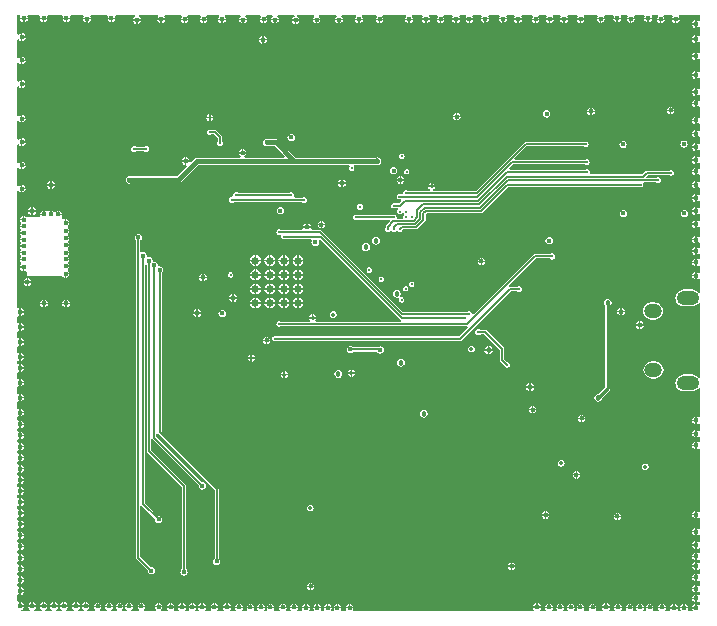
<source format=gbl>
G04 Layer_Physical_Order=4*
G04 Layer_Color=16711680*
%FSLAX25Y25*%
%MOIN*%
G70*
G01*
G75*
%ADD54C,0.01000*%
%ADD58C,0.01500*%
%ADD59C,0.00600*%
%ADD61O,0.05906X0.04921*%
%ADD62O,0.07480X0.04823*%
%ADD63C,0.01600*%
%ADD64C,0.01300*%
%ADD65C,0.01000*%
%ADD66C,0.01800*%
%ADD67C,0.01400*%
%ADD68C,0.02598*%
G36*
X228351Y197469D02*
X227851Y197317D01*
X227837Y197337D01*
X227407Y197625D01*
X227150Y197676D01*
Y196400D01*
Y195124D01*
X227407Y195175D01*
X227837Y195463D01*
X227851Y195483D01*
X228351Y195331D01*
Y192369D01*
X227851Y192217D01*
X227837Y192237D01*
X227407Y192525D01*
X227150Y192576D01*
Y191300D01*
Y190024D01*
X227407Y190075D01*
X227837Y190363D01*
X227851Y190383D01*
X228351Y190231D01*
Y186669D01*
X227851Y186517D01*
X227837Y186537D01*
X227407Y186825D01*
X227150Y186876D01*
Y185600D01*
Y184324D01*
X227407Y184375D01*
X227837Y184663D01*
X227851Y184683D01*
X228351Y184531D01*
Y180469D01*
X227851Y180317D01*
X227837Y180337D01*
X227407Y180625D01*
X227150Y180676D01*
Y179400D01*
Y178124D01*
X227407Y178175D01*
X227837Y178463D01*
X227851Y178483D01*
X228351Y178331D01*
Y174769D01*
X227851Y174617D01*
X227837Y174637D01*
X227407Y174925D01*
X227150Y174976D01*
Y173700D01*
Y172424D01*
X227407Y172475D01*
X227837Y172763D01*
X227851Y172783D01*
X228351Y172631D01*
Y170969D01*
X227851Y170817D01*
X227837Y170837D01*
X227407Y171125D01*
X227150Y171176D01*
Y169900D01*
Y168624D01*
X227407Y168675D01*
X227837Y168963D01*
X227851Y168983D01*
X228351Y168831D01*
Y165269D01*
X227851Y165117D01*
X227837Y165137D01*
X227407Y165425D01*
X227150Y165476D01*
Y164200D01*
Y162924D01*
X227407Y162975D01*
X227837Y163263D01*
X227851Y163283D01*
X228351Y163131D01*
Y160869D01*
X227851Y160717D01*
X227837Y160737D01*
X227407Y161025D01*
X227150Y161076D01*
Y159800D01*
Y158524D01*
X227407Y158575D01*
X227837Y158863D01*
X227851Y158883D01*
X228351Y158731D01*
Y156469D01*
X227851Y156317D01*
X227837Y156337D01*
X227407Y156625D01*
X227150Y156676D01*
Y155400D01*
Y154124D01*
X227407Y154175D01*
X227837Y154463D01*
X227851Y154483D01*
X228351Y154331D01*
Y152069D01*
X227851Y151917D01*
X227837Y151937D01*
X227407Y152225D01*
X227150Y152276D01*
Y151000D01*
Y149724D01*
X227407Y149775D01*
X227837Y150063D01*
X227851Y150083D01*
X228351Y149931D01*
Y148269D01*
X227851Y148117D01*
X227837Y148137D01*
X227407Y148425D01*
X227150Y148476D01*
Y147200D01*
Y145924D01*
X227407Y145975D01*
X227837Y146263D01*
X227851Y146283D01*
X228351Y146131D01*
Y143869D01*
X227851Y143717D01*
X227837Y143737D01*
X227407Y144025D01*
X227150Y144076D01*
Y142800D01*
Y141524D01*
X227407Y141575D01*
X227837Y141863D01*
X227851Y141883D01*
X228351Y141731D01*
Y139469D01*
X227851Y139317D01*
X227837Y139337D01*
X227407Y139625D01*
X227150Y139676D01*
Y138400D01*
Y137124D01*
X227407Y137175D01*
X227837Y137463D01*
X227851Y137483D01*
X228351Y137331D01*
Y135069D01*
X227851Y134917D01*
X227837Y134937D01*
X227407Y135225D01*
X227150Y135276D01*
Y134000D01*
Y132724D01*
X227407Y132775D01*
X227837Y133063D01*
X227851Y133083D01*
X228351Y132931D01*
Y130669D01*
X227851Y130517D01*
X227837Y130537D01*
X227407Y130825D01*
X227150Y130876D01*
Y129600D01*
Y128324D01*
X227407Y128375D01*
X227837Y128663D01*
X227851Y128683D01*
X228351Y128531D01*
Y125569D01*
X227851Y125417D01*
X227837Y125437D01*
X227407Y125725D01*
X227150Y125776D01*
Y124500D01*
Y123224D01*
X227407Y123275D01*
X227837Y123563D01*
X227851Y123583D01*
X228351Y123431D01*
Y121769D01*
X227851Y121617D01*
X227837Y121637D01*
X227407Y121925D01*
X227150Y121976D01*
Y120700D01*
Y119424D01*
X227407Y119475D01*
X227837Y119763D01*
X227851Y119783D01*
X228351Y119631D01*
Y118117D01*
X228169Y117994D01*
X227851Y117895D01*
X227507Y118125D01*
X227250Y118176D01*
Y116900D01*
Y115624D01*
X227507Y115675D01*
X227851Y115905D01*
X228169Y115806D01*
X228351Y115683D01*
Y113717D01*
X228169Y113594D01*
X227851Y113495D01*
X227507Y113725D01*
X227250Y113776D01*
Y112500D01*
Y111224D01*
X227507Y111275D01*
X227851Y111505D01*
X228169Y111406D01*
X228351Y111283D01*
Y106806D01*
X227851Y106636D01*
X227532Y107052D01*
X226945Y107502D01*
X226261Y107785D01*
X225527Y107882D01*
X222869D01*
X222135Y107785D01*
X221451Y107502D01*
X220864Y107052D01*
X220413Y106464D01*
X220130Y105780D01*
X220034Y105046D01*
X220130Y104313D01*
X220413Y103629D01*
X220864Y103041D01*
X221451Y102591D01*
X222135Y102307D01*
X222869Y102211D01*
X225527D01*
X226261Y102307D01*
X226945Y102591D01*
X227532Y103041D01*
X227851Y103457D01*
X228351Y103287D01*
Y78462D01*
X227851Y78292D01*
X227534Y78705D01*
X226947Y79156D01*
X226263Y79439D01*
X225529Y79536D01*
X222871D01*
X222137Y79439D01*
X221453Y79156D01*
X220866Y78705D01*
X220415Y78118D01*
X220132Y77434D01*
X220036Y76700D01*
X220132Y75966D01*
X220415Y75282D01*
X220866Y74695D01*
X221453Y74244D01*
X222137Y73961D01*
X222871Y73864D01*
X225529D01*
X226263Y73961D01*
X226947Y74244D01*
X227534Y74695D01*
X227851Y75108D01*
X228351Y74938D01*
Y65417D01*
X228169Y65294D01*
X227851Y65195D01*
X227507Y65425D01*
X227250Y65476D01*
Y64200D01*
Y62924D01*
X227507Y62975D01*
X227851Y63205D01*
X228169Y63106D01*
X228351Y62983D01*
Y61017D01*
X228169Y60894D01*
X227851Y60795D01*
X227507Y61025D01*
X227250Y61076D01*
Y59800D01*
Y58524D01*
X227507Y58575D01*
X227851Y58805D01*
X228169Y58706D01*
X228351Y58583D01*
Y57117D01*
X228169Y56994D01*
X227851Y56895D01*
X227507Y57125D01*
X227250Y57176D01*
Y55900D01*
Y54624D01*
X227507Y54675D01*
X227851Y54905D01*
X228169Y54806D01*
X228351Y54683D01*
Y34017D01*
X228169Y33894D01*
X227851Y33795D01*
X227507Y34025D01*
X227250Y34076D01*
Y32800D01*
Y31524D01*
X227507Y31575D01*
X227851Y31805D01*
X228169Y31706D01*
X228351Y31583D01*
Y28317D01*
X228169Y28194D01*
X227851Y28095D01*
X227507Y28325D01*
X227250Y28376D01*
Y27100D01*
Y25824D01*
X227507Y25875D01*
X227851Y26105D01*
X228169Y26006D01*
X228351Y25883D01*
Y23917D01*
X228169Y23794D01*
X227851Y23695D01*
X227507Y23925D01*
X227250Y23976D01*
Y22700D01*
Y21424D01*
X227507Y21475D01*
X227851Y21705D01*
X228169Y21606D01*
X228351Y21483D01*
Y20117D01*
X228169Y19994D01*
X227851Y19895D01*
X227507Y20125D01*
X227250Y20176D01*
Y18900D01*
Y17624D01*
X227507Y17675D01*
X227851Y17905D01*
X228169Y17806D01*
X228351Y17683D01*
Y16917D01*
X228169Y16794D01*
X227851Y16695D01*
X227507Y16925D01*
X227250Y16976D01*
Y15700D01*
Y14424D01*
X227507Y14475D01*
X227851Y14705D01*
X228169Y14606D01*
X228351Y14483D01*
Y13117D01*
X228169Y12994D01*
X227851Y12895D01*
X227507Y13125D01*
X227250Y13176D01*
Y11900D01*
Y10624D01*
X227507Y10675D01*
X227851Y10905D01*
X228169Y10806D01*
X228351Y10683D01*
Y9317D01*
X228169Y9194D01*
X227851Y9095D01*
X227507Y9325D01*
X227250Y9376D01*
Y8100D01*
Y6824D01*
X227507Y6875D01*
X227851Y7105D01*
X228169Y7006D01*
X228351Y6883D01*
Y6117D01*
X228169Y5994D01*
X227851Y5895D01*
X227507Y6125D01*
X227250Y6176D01*
Y4900D01*
Y3624D01*
X227507Y3675D01*
X227851Y3905D01*
X228169Y3806D01*
X228351Y3683D01*
Y2917D01*
X228169Y2794D01*
X227851Y2695D01*
X227507Y2925D01*
X227250Y2976D01*
Y1700D01*
X227000D01*
Y1450D01*
X225724D01*
X225775Y1193D01*
X225804Y1149D01*
X225537Y649D01*
X224396D01*
X224129Y1149D01*
X224225Y1293D01*
X224276Y1550D01*
X221724D01*
X221775Y1293D01*
X221871Y1149D01*
X221604Y649D01*
X221063D01*
X220796Y1149D01*
X220825Y1193D01*
X220876Y1450D01*
X218324D01*
X218375Y1193D01*
X218404Y1149D01*
X218137Y649D01*
X216900D01*
X216662Y1149D01*
X216825Y1393D01*
X216876Y1650D01*
X214324D01*
X214375Y1393D01*
X214538Y1149D01*
X214300Y649D01*
X212800D01*
X212562Y1149D01*
X212725Y1393D01*
X212776Y1650D01*
X210224D01*
X210275Y1393D01*
X210438Y1149D01*
X210200Y649D01*
X209600D01*
X209362Y1149D01*
X209525Y1393D01*
X209576Y1650D01*
X207024D01*
X207075Y1393D01*
X207238Y1149D01*
X207000Y649D01*
X206100D01*
X205862Y1149D01*
X206025Y1393D01*
X206076Y1650D01*
X203524D01*
X203575Y1393D01*
X203738Y1149D01*
X203500Y649D01*
X202300D01*
X202062Y1149D01*
X202225Y1393D01*
X202276Y1650D01*
X199724D01*
X199775Y1393D01*
X199938Y1149D01*
X199700Y649D01*
X198217D01*
X198094Y831D01*
X197995Y1149D01*
X198225Y1493D01*
X198276Y1750D01*
X195724D01*
X195775Y1493D01*
X196005Y1149D01*
X195906Y831D01*
X195783Y649D01*
X193800D01*
X193562Y1149D01*
X193725Y1393D01*
X193776Y1650D01*
X191224D01*
X191275Y1393D01*
X191438Y1149D01*
X191200Y649D01*
X189700D01*
X189462Y1149D01*
X189625Y1393D01*
X189676Y1650D01*
X187124D01*
X187175Y1393D01*
X187338Y1149D01*
X187100Y649D01*
X186500D01*
X186262Y1149D01*
X186425Y1393D01*
X186476Y1650D01*
X183924D01*
X183975Y1393D01*
X184138Y1149D01*
X183900Y649D01*
X183000D01*
X182762Y1149D01*
X182925Y1393D01*
X182976Y1650D01*
X180424D01*
X180475Y1393D01*
X180638Y1149D01*
X180400Y649D01*
X179200D01*
X178962Y1149D01*
X179125Y1393D01*
X179176Y1650D01*
X176624D01*
X176675Y1393D01*
X176838Y1149D01*
X176600Y649D01*
X175117D01*
X174994Y831D01*
X174895Y1149D01*
X175125Y1493D01*
X175176Y1750D01*
X172624D01*
X172675Y1493D01*
X172905Y1149D01*
X172806Y831D01*
X172683Y649D01*
X112896D01*
X112629Y1149D01*
X112725Y1293D01*
X112776Y1550D01*
X110224D01*
X110275Y1293D01*
X110371Y1149D01*
X110104Y649D01*
X108796D01*
X108529Y1149D01*
X108625Y1293D01*
X108676Y1550D01*
X106124D01*
X106175Y1293D01*
X106271Y1149D01*
X106052Y738D01*
X105549D01*
X105329Y1149D01*
X105425Y1293D01*
X105476Y1550D01*
X102924D01*
X102975Y1293D01*
X103071Y1149D01*
X102804Y649D01*
X102096D01*
X101829Y1149D01*
X101925Y1293D01*
X101976Y1550D01*
X99424D01*
X99475Y1293D01*
X99571Y1149D01*
X99304Y649D01*
X98296D01*
X98029Y1149D01*
X98125Y1293D01*
X98176Y1550D01*
X95624D01*
X95675Y1293D01*
X95771Y1149D01*
X95504Y649D01*
X94200D01*
X93962Y1149D01*
X94125Y1393D01*
X94176Y1650D01*
X91624D01*
X91675Y1393D01*
X91838Y1149D01*
X91600Y649D01*
X90500D01*
X90262Y1149D01*
X90425Y1393D01*
X90476Y1650D01*
X87924D01*
X87975Y1393D01*
X88138Y1149D01*
X87900Y649D01*
X86400D01*
X86162Y1149D01*
X86325Y1393D01*
X86376Y1650D01*
X83824D01*
X83875Y1393D01*
X84038Y1149D01*
X83800Y649D01*
X83200D01*
X82962Y1149D01*
X83125Y1393D01*
X83176Y1650D01*
X80624D01*
X80675Y1393D01*
X80838Y1149D01*
X80600Y649D01*
X79700D01*
X79462Y1149D01*
X79625Y1393D01*
X79676Y1650D01*
X77124D01*
X77175Y1393D01*
X77338Y1149D01*
X77100Y649D01*
X75900D01*
X75662Y1149D01*
X75825Y1393D01*
X75876Y1650D01*
X73324D01*
X73375Y1393D01*
X73538Y1149D01*
X73300Y649D01*
X71817D01*
X71694Y831D01*
X71595Y1149D01*
X71825Y1493D01*
X71876Y1750D01*
X69324D01*
X69375Y1493D01*
X69605Y1149D01*
X69506Y831D01*
X69383Y649D01*
X67617D01*
X67494Y831D01*
X67395Y1149D01*
X67625Y1493D01*
X67676Y1750D01*
X65124D01*
X65175Y1493D01*
X65405Y1149D01*
X65306Y831D01*
X65183Y649D01*
X63517D01*
X63394Y831D01*
X63295Y1149D01*
X63525Y1493D01*
X63576Y1750D01*
X61024D01*
X61075Y1493D01*
X61305Y1149D01*
X61206Y831D01*
X61083Y649D01*
X60317D01*
X60194Y831D01*
X60095Y1149D01*
X60325Y1493D01*
X60376Y1750D01*
X57824D01*
X57875Y1493D01*
X58105Y1149D01*
X58006Y831D01*
X57883Y649D01*
X56817D01*
X56694Y831D01*
X56595Y1149D01*
X56825Y1493D01*
X56876Y1750D01*
X54324D01*
X54375Y1493D01*
X54605Y1149D01*
X54506Y831D01*
X54383Y649D01*
X53017D01*
X52894Y831D01*
X52795Y1149D01*
X53025Y1493D01*
X53076Y1750D01*
X50524D01*
X50575Y1493D01*
X50805Y1149D01*
X50706Y831D01*
X50583Y649D01*
X48869D01*
X48717Y1149D01*
X48737Y1163D01*
X49025Y1593D01*
X49076Y1850D01*
X46524D01*
X46575Y1593D01*
X46863Y1163D01*
X46883Y1149D01*
X46731Y649D01*
X43019D01*
X42868Y1149D01*
X43037Y1263D01*
X43325Y1693D01*
X43376Y1950D01*
X40824D01*
X40875Y1693D01*
X41163Y1263D01*
X41332Y1149D01*
X41181Y649D01*
X38919D01*
X38768Y1149D01*
X38937Y1263D01*
X39225Y1693D01*
X39276Y1950D01*
X36724D01*
X36775Y1693D01*
X37063Y1263D01*
X37232Y1149D01*
X37081Y649D01*
X35719D01*
X35568Y1149D01*
X35737Y1263D01*
X36025Y1693D01*
X36076Y1950D01*
X33524D01*
X33575Y1693D01*
X33863Y1263D01*
X34032Y1149D01*
X33881Y649D01*
X32219D01*
X32068Y1149D01*
X32237Y1263D01*
X32525Y1693D01*
X32576Y1950D01*
X30024D01*
X30075Y1693D01*
X30363Y1263D01*
X30532Y1149D01*
X30381Y649D01*
X28419D01*
X28268Y1149D01*
X28437Y1263D01*
X28725Y1693D01*
X28776Y1950D01*
X26224D01*
X26275Y1693D01*
X26563Y1263D01*
X26732Y1149D01*
X26581Y649D01*
X24234D01*
X24118Y1149D01*
X24437Y1363D01*
X24725Y1793D01*
X24776Y2050D01*
X22224D01*
X22275Y1793D01*
X22563Y1363D01*
X22882Y1149D01*
X22767Y649D01*
X21034D01*
X20918Y1149D01*
X21237Y1363D01*
X21525Y1793D01*
X21576Y2050D01*
X19024D01*
X19075Y1793D01*
X19363Y1363D01*
X19682Y1149D01*
X19567Y649D01*
X16933D01*
X16818Y1149D01*
X17137Y1363D01*
X17425Y1793D01*
X17476Y2050D01*
X14924D01*
X14975Y1793D01*
X15263Y1363D01*
X15582Y1149D01*
X15466Y649D01*
X13734D01*
X13618Y1149D01*
X13937Y1363D01*
X14225Y1793D01*
X14276Y2050D01*
X11724D01*
X11775Y1793D01*
X12063Y1363D01*
X12382Y1149D01*
X12267Y649D01*
X10233D01*
X10118Y1149D01*
X10437Y1363D01*
X10725Y1793D01*
X10776Y2050D01*
X8224D01*
X8275Y1793D01*
X8563Y1363D01*
X8882Y1149D01*
X8766Y649D01*
X6434D01*
X6318Y1149D01*
X6637Y1363D01*
X6925Y1793D01*
X6976Y2050D01*
X4424D01*
X4475Y1793D01*
X4763Y1363D01*
X5082Y1149D01*
X4967Y649D01*
X2126D01*
X2077Y1149D01*
X2207Y1175D01*
X2637Y1463D01*
X2925Y1893D01*
X2976Y2150D01*
X1700D01*
Y2400D01*
X1450D01*
Y3676D01*
X1193Y3625D01*
X1149Y3596D01*
X649Y3863D01*
Y5937D01*
X1149Y6204D01*
X1193Y6175D01*
X1450Y6124D01*
Y7400D01*
Y8676D01*
X1193Y8625D01*
X1149Y8596D01*
X649Y8863D01*
Y9637D01*
X1149Y9904D01*
X1193Y9875D01*
X1450Y9824D01*
Y11100D01*
Y12376D01*
X1193Y12325D01*
X1149Y12296D01*
X649Y12563D01*
Y13337D01*
X1149Y13604D01*
X1193Y13575D01*
X1450Y13524D01*
Y14800D01*
Y16076D01*
X1193Y16025D01*
X1149Y15996D01*
X649Y16263D01*
Y17037D01*
X1149Y17304D01*
X1193Y17275D01*
X1450Y17224D01*
Y18500D01*
Y19776D01*
X1193Y19725D01*
X1149Y19696D01*
X649Y19963D01*
Y20737D01*
X1149Y21004D01*
X1193Y20975D01*
X1450Y20924D01*
Y22200D01*
Y23476D01*
X1193Y23425D01*
X1149Y23396D01*
X649Y23663D01*
Y24437D01*
X1149Y24704D01*
X1193Y24675D01*
X1450Y24624D01*
Y25900D01*
Y27176D01*
X1193Y27125D01*
X1149Y27096D01*
X649Y27363D01*
Y28137D01*
X1149Y28404D01*
X1193Y28375D01*
X1450Y28324D01*
Y29600D01*
Y30876D01*
X1193Y30825D01*
X1149Y30796D01*
X649Y31063D01*
Y31837D01*
X1149Y32104D01*
X1193Y32075D01*
X1450Y32024D01*
Y33300D01*
Y34576D01*
X1193Y34525D01*
X1149Y34496D01*
X649Y34763D01*
Y35537D01*
X1149Y35804D01*
X1193Y35775D01*
X1450Y35724D01*
Y37000D01*
Y38276D01*
X1193Y38225D01*
X1149Y38196D01*
X649Y38463D01*
Y39237D01*
X1149Y39504D01*
X1193Y39475D01*
X1450Y39424D01*
Y40700D01*
Y41976D01*
X1193Y41925D01*
X1149Y41896D01*
X649Y42163D01*
Y42937D01*
X1149Y43204D01*
X1193Y43175D01*
X1450Y43124D01*
Y44400D01*
Y45676D01*
X1193Y45625D01*
X1149Y45596D01*
X649Y45863D01*
Y46637D01*
X1149Y46904D01*
X1193Y46875D01*
X1450Y46824D01*
Y48100D01*
Y49376D01*
X1193Y49325D01*
X1149Y49296D01*
X649Y49563D01*
Y50337D01*
X1149Y50604D01*
X1193Y50575D01*
X1450Y50524D01*
Y51800D01*
Y53076D01*
X1193Y53025D01*
X1149Y52996D01*
X649Y53263D01*
Y54037D01*
X1149Y54304D01*
X1193Y54275D01*
X1450Y54224D01*
Y55500D01*
Y56776D01*
X1193Y56725D01*
X1149Y56696D01*
X649Y56963D01*
Y57737D01*
X1149Y58004D01*
X1193Y57975D01*
X1450Y57924D01*
Y59200D01*
Y60476D01*
X1193Y60425D01*
X1149Y60396D01*
X649Y60663D01*
Y61437D01*
X1149Y61704D01*
X1193Y61675D01*
X1450Y61624D01*
Y62900D01*
Y64176D01*
X1193Y64125D01*
X1149Y64096D01*
X649Y64363D01*
Y65270D01*
X1033Y65534D01*
X1149Y65564D01*
X1350Y65524D01*
Y66800D01*
Y68076D01*
X1149Y68036D01*
X1033Y68066D01*
X649Y68330D01*
Y70270D01*
X1033Y70534D01*
X1149Y70564D01*
X1350Y70524D01*
Y71800D01*
Y73076D01*
X1149Y73036D01*
X1033Y73066D01*
X649Y73330D01*
Y75270D01*
X1033Y75534D01*
X1149Y75564D01*
X1350Y75524D01*
Y76800D01*
Y78076D01*
X1149Y78036D01*
X1033Y78066D01*
X649Y78330D01*
Y80170D01*
X1033Y80434D01*
X1149Y80464D01*
X1350Y80424D01*
Y81700D01*
Y82976D01*
X1149Y82936D01*
X1033Y82966D01*
X649Y83230D01*
Y83870D01*
X1033Y84134D01*
X1149Y84164D01*
X1350Y84124D01*
Y85400D01*
Y86676D01*
X1149Y86636D01*
X1033Y86666D01*
X649Y86930D01*
Y88770D01*
X1033Y89034D01*
X1149Y89064D01*
X1350Y89024D01*
Y90300D01*
Y91576D01*
X1149Y91536D01*
X1033Y91566D01*
X649Y91830D01*
Y93770D01*
X1033Y94034D01*
X1149Y94064D01*
X1350Y94024D01*
Y95300D01*
Y96576D01*
X1149Y96536D01*
X1033Y96566D01*
X649Y96830D01*
Y98770D01*
X1033Y99034D01*
X1149Y99064D01*
X1350Y99024D01*
Y100300D01*
Y101576D01*
X1149Y101536D01*
X1033Y101566D01*
X649Y101830D01*
Y140581D01*
X1149Y140732D01*
X1263Y140563D01*
X1693Y140275D01*
X1950Y140224D01*
Y141500D01*
Y142776D01*
X1693Y142725D01*
X1263Y142437D01*
X1149Y142268D01*
X649Y142419D01*
Y148281D01*
X1149Y148432D01*
X1263Y148263D01*
X1693Y147975D01*
X1950Y147924D01*
Y149200D01*
Y150476D01*
X1693Y150425D01*
X1263Y150137D01*
X1149Y149968D01*
X649Y150119D01*
Y156081D01*
X1149Y156232D01*
X1263Y156063D01*
X1693Y155775D01*
X1950Y155724D01*
Y157000D01*
Y158276D01*
X1693Y158225D01*
X1263Y157937D01*
X1149Y157768D01*
X649Y157919D01*
Y163881D01*
X1149Y164032D01*
X1263Y163863D01*
X1693Y163575D01*
X1950Y163524D01*
Y164800D01*
Y166076D01*
X1693Y166025D01*
X1263Y165737D01*
X1149Y165568D01*
X649Y165719D01*
Y175481D01*
X1149Y175632D01*
X1263Y175463D01*
X1693Y175175D01*
X1950Y175124D01*
Y176400D01*
Y177676D01*
X1693Y177625D01*
X1263Y177337D01*
X1149Y177168D01*
X649Y177319D01*
Y183281D01*
X1149Y183432D01*
X1263Y183263D01*
X1693Y182975D01*
X1950Y182924D01*
Y184200D01*
Y185476D01*
X1693Y185425D01*
X1263Y185137D01*
X1149Y184968D01*
X649Y185119D01*
Y191081D01*
X1149Y191232D01*
X1263Y191063D01*
X1693Y190775D01*
X1950Y190724D01*
Y192000D01*
Y193276D01*
X1693Y193225D01*
X1263Y192937D01*
X1149Y192768D01*
X649Y192919D01*
Y199351D01*
X1504D01*
X1771Y198851D01*
X1675Y198707D01*
X1624Y198450D01*
X4176D01*
X4125Y198707D01*
X4029Y198851D01*
X4296Y199351D01*
X8104D01*
X8371Y198851D01*
X8275Y198707D01*
X8224Y198450D01*
X10776D01*
X10725Y198707D01*
X10629Y198851D01*
X10896Y199351D01*
X15704D01*
X15971Y198851D01*
X15875Y198707D01*
X15824Y198450D01*
X18376D01*
X18325Y198707D01*
X18229Y198851D01*
X18496Y199351D01*
X22700D01*
X22938Y198851D01*
X22775Y198607D01*
X22724Y198350D01*
X25276D01*
X25225Y198607D01*
X25062Y198851D01*
X25300Y199351D01*
X30704D01*
X30971Y198851D01*
X30875Y198707D01*
X30824Y198450D01*
X33376D01*
X33325Y198707D01*
X33229Y198851D01*
X33496Y199351D01*
X39867D01*
X39982Y198851D01*
X39663Y198637D01*
X39375Y198207D01*
X39324Y197950D01*
X41876D01*
X41825Y198207D01*
X41537Y198637D01*
X41218Y198851D01*
X41333Y199351D01*
X47483D01*
X47606Y199169D01*
X47705Y198851D01*
X47475Y198507D01*
X47424Y198250D01*
X49976D01*
X49925Y198507D01*
X49695Y198851D01*
X49794Y199169D01*
X49917Y199351D01*
X55431D01*
X55583Y198851D01*
X55563Y198837D01*
X55275Y198407D01*
X55224Y198150D01*
X57776D01*
X57725Y198407D01*
X57437Y198837D01*
X57417Y198851D01*
X57569Y199351D01*
X61731D01*
X61883Y198851D01*
X61863Y198837D01*
X61575Y198407D01*
X61524Y198150D01*
X64076D01*
X64025Y198407D01*
X63737Y198837D01*
X63717Y198851D01*
X63869Y199351D01*
X67831D01*
X67983Y198851D01*
X67963Y198837D01*
X67675Y198407D01*
X67624Y198150D01*
X70176D01*
X70125Y198407D01*
X69837Y198837D01*
X69817Y198851D01*
X69969Y199351D01*
X75081D01*
X75232Y198851D01*
X75063Y198737D01*
X74775Y198307D01*
X74724Y198050D01*
X77276D01*
X77225Y198307D01*
X76937Y198737D01*
X76768Y198851D01*
X76919Y199351D01*
X81731D01*
X81883Y198851D01*
X81863Y198837D01*
X81575Y198407D01*
X81524Y198150D01*
X84076D01*
X84025Y198407D01*
X83737Y198837D01*
X83717Y198851D01*
X83869Y199351D01*
X85681D01*
X85832Y198851D01*
X85663Y198737D01*
X85375Y198307D01*
X85324Y198050D01*
X87876D01*
X87825Y198307D01*
X87537Y198737D01*
X87368Y198851D01*
X87519Y199351D01*
X93074D01*
X93123Y198851D01*
X92993Y198825D01*
X92563Y198537D01*
X92275Y198107D01*
X92224Y197850D01*
X94776D01*
X94725Y198107D01*
X94437Y198537D01*
X94007Y198825D01*
X93877Y198851D01*
X93926Y199351D01*
X99581D01*
X99732Y198851D01*
X99563Y198737D01*
X99275Y198307D01*
X99224Y198050D01*
X101776D01*
X101725Y198307D01*
X101437Y198737D01*
X101268Y198851D01*
X101419Y199351D01*
X106981D01*
X107132Y198851D01*
X106963Y198737D01*
X106675Y198307D01*
X106624Y198050D01*
X109176D01*
X109125Y198307D01*
X108837Y198737D01*
X108668Y198851D01*
X108819Y199351D01*
X113531D01*
X113683Y198851D01*
X113663Y198837D01*
X113375Y198407D01*
X113324Y198150D01*
X115876D01*
X115825Y198407D01*
X115537Y198837D01*
X115517Y198851D01*
X115669Y199351D01*
X120431D01*
X120583Y198851D01*
X120563Y198837D01*
X120275Y198407D01*
X120224Y198150D01*
X122776D01*
X122725Y198407D01*
X122437Y198837D01*
X122417Y198851D01*
X122569Y199351D01*
X130231D01*
X130383Y198851D01*
X130363Y198837D01*
X130075Y198407D01*
X130024Y198150D01*
X132576D01*
X132525Y198407D01*
X132237Y198837D01*
X132217Y198851D01*
X132369Y199351D01*
X135683D01*
X135806Y199169D01*
X135905Y198851D01*
X135675Y198507D01*
X135624Y198250D01*
X138176D01*
X138125Y198507D01*
X137895Y198851D01*
X137994Y199169D01*
X138117Y199351D01*
X140731D01*
X140883Y198851D01*
X140863Y198837D01*
X140575Y198407D01*
X140524Y198150D01*
X143076D01*
X143025Y198407D01*
X142737Y198837D01*
X142717Y198851D01*
X142869Y199351D01*
X145783D01*
X145906Y199169D01*
X146005Y198851D01*
X145775Y198507D01*
X145724Y198250D01*
X148276D01*
X148225Y198507D01*
X147995Y198851D01*
X148094Y199169D01*
X148217Y199351D01*
X150183D01*
X150306Y199169D01*
X150405Y198851D01*
X150175Y198507D01*
X150124Y198250D01*
X152676D01*
X152625Y198507D01*
X152395Y198851D01*
X152494Y199169D01*
X152617Y199351D01*
X155300D01*
X155538Y198851D01*
X155375Y198607D01*
X155324Y198350D01*
X157876D01*
X157825Y198607D01*
X157662Y198851D01*
X157900Y199351D01*
X161300D01*
X161538Y198851D01*
X161375Y198607D01*
X161324Y198350D01*
X163876D01*
X163825Y198607D01*
X163662Y198851D01*
X163900Y199351D01*
X166383D01*
X166506Y199169D01*
X166605Y198851D01*
X166375Y198507D01*
X166324Y198250D01*
X168876D01*
X168825Y198507D01*
X168595Y198851D01*
X168694Y199169D01*
X168817Y199351D01*
X172431D01*
X172583Y198851D01*
X172563Y198837D01*
X172275Y198407D01*
X172224Y198150D01*
X174776D01*
X174725Y198407D01*
X174437Y198837D01*
X174417Y198851D01*
X174569Y199351D01*
X176983D01*
X177106Y199169D01*
X177205Y198851D01*
X176975Y198507D01*
X176924Y198250D01*
X179476D01*
X179425Y198507D01*
X179195Y198851D01*
X179294Y199169D01*
X179417Y199351D01*
X181783D01*
X181906Y199169D01*
X182005Y198851D01*
X181775Y198507D01*
X181724Y198250D01*
X184276D01*
X184225Y198507D01*
X183995Y198851D01*
X184094Y199169D01*
X184217Y199351D01*
X187283D01*
X187406Y199169D01*
X187505Y198851D01*
X187275Y198507D01*
X187224Y198250D01*
X189776D01*
X189725Y198507D01*
X189495Y198851D01*
X189594Y199169D01*
X189717Y199351D01*
X193900D01*
X194138Y198851D01*
X193975Y198607D01*
X193924Y198350D01*
X196476D01*
X196425Y198607D01*
X196262Y198851D01*
X196500Y199351D01*
X199304D01*
X199571Y198851D01*
X199475Y198707D01*
X199424Y198450D01*
X201976D01*
X201925Y198707D01*
X201829Y198851D01*
X202096Y199351D01*
X203900D01*
X204138Y198851D01*
X203975Y198607D01*
X203924Y198350D01*
X206476D01*
X206425Y198607D01*
X206262Y198851D01*
X206500Y199351D01*
X209604D01*
X209871Y198851D01*
X209775Y198707D01*
X209724Y198450D01*
X212276D01*
X212225Y198707D01*
X212129Y198851D01*
X212396Y199351D01*
X214131D01*
X214283Y198851D01*
X214263Y198837D01*
X213975Y198407D01*
X213924Y198150D01*
X216476D01*
X216425Y198407D01*
X216137Y198837D01*
X216117Y198851D01*
X216269Y199351D01*
X218983D01*
X219106Y199169D01*
X219205Y198851D01*
X218975Y198507D01*
X218924Y198250D01*
X221476D01*
X221425Y198507D01*
X221195Y198851D01*
X221294Y199169D01*
X221417Y199351D01*
X228351D01*
Y197469D01*
D02*
G37*
%LPC*%
G36*
X212276Y197950D02*
X211250D01*
Y196924D01*
X211507Y196975D01*
X211937Y197263D01*
X212225Y197693D01*
X212276Y197950D01*
D02*
G37*
G36*
X210750D02*
X209724D01*
X209775Y197693D01*
X210063Y197263D01*
X210493Y196975D01*
X210750Y196924D01*
Y197950D01*
D02*
G37*
G36*
X201976D02*
X200950D01*
Y196924D01*
X201207Y196975D01*
X201637Y197263D01*
X201925Y197693D01*
X201976Y197950D01*
D02*
G37*
G36*
X200450D02*
X199424D01*
X199475Y197693D01*
X199763Y197263D01*
X200193Y196975D01*
X200450Y196924D01*
Y197950D01*
D02*
G37*
G36*
X33376D02*
X32350D01*
Y196924D01*
X32607Y196975D01*
X33037Y197263D01*
X33325Y197693D01*
X33376Y197950D01*
D02*
G37*
G36*
X31850D02*
X30824D01*
X30875Y197693D01*
X31163Y197263D01*
X31593Y196975D01*
X31850Y196924D01*
Y197950D01*
D02*
G37*
G36*
X18376D02*
X17350D01*
Y196924D01*
X17607Y196975D01*
X18037Y197263D01*
X18325Y197693D01*
X18376Y197950D01*
D02*
G37*
G36*
X16850D02*
X15824D01*
X15875Y197693D01*
X16163Y197263D01*
X16593Y196975D01*
X16850Y196924D01*
Y197950D01*
D02*
G37*
G36*
X10776D02*
X9750D01*
Y196924D01*
X10007Y196975D01*
X10437Y197263D01*
X10725Y197693D01*
X10776Y197950D01*
D02*
G37*
G36*
X9250D02*
X8224D01*
X8275Y197693D01*
X8563Y197263D01*
X8993Y196975D01*
X9250Y196924D01*
Y197950D01*
D02*
G37*
G36*
X4176D02*
X3150D01*
Y196924D01*
X3407Y196975D01*
X3837Y197263D01*
X4125Y197693D01*
X4176Y197950D01*
D02*
G37*
G36*
X2650D02*
X1624D01*
X1675Y197693D01*
X1963Y197263D01*
X2393Y196975D01*
X2650Y196924D01*
Y197950D01*
D02*
G37*
G36*
X206476Y197850D02*
X205450D01*
Y196824D01*
X205707Y196875D01*
X206137Y197163D01*
X206425Y197593D01*
X206476Y197850D01*
D02*
G37*
G36*
X204950D02*
X203924D01*
X203975Y197593D01*
X204263Y197163D01*
X204693Y196875D01*
X204950Y196824D01*
Y197850D01*
D02*
G37*
G36*
X196476D02*
X195450D01*
Y196824D01*
X195707Y196875D01*
X196137Y197163D01*
X196425Y197593D01*
X196476Y197850D01*
D02*
G37*
G36*
X194950D02*
X193924D01*
X193975Y197593D01*
X194263Y197163D01*
X194693Y196875D01*
X194950Y196824D01*
Y197850D01*
D02*
G37*
G36*
X163876D02*
X162850D01*
Y196824D01*
X163107Y196875D01*
X163537Y197163D01*
X163825Y197593D01*
X163876Y197850D01*
D02*
G37*
G36*
X162350D02*
X161324D01*
X161375Y197593D01*
X161663Y197163D01*
X162093Y196875D01*
X162350Y196824D01*
Y197850D01*
D02*
G37*
G36*
X157876D02*
X156850D01*
Y196824D01*
X157107Y196875D01*
X157537Y197163D01*
X157825Y197593D01*
X157876Y197850D01*
D02*
G37*
G36*
X156350D02*
X155324D01*
X155375Y197593D01*
X155663Y197163D01*
X156093Y196875D01*
X156350Y196824D01*
Y197850D01*
D02*
G37*
G36*
X25276D02*
X24250D01*
Y196824D01*
X24507Y196875D01*
X24937Y197163D01*
X25225Y197593D01*
X25276Y197850D01*
D02*
G37*
G36*
X23750D02*
X22724D01*
X22775Y197593D01*
X23063Y197163D01*
X23493Y196875D01*
X23750Y196824D01*
Y197850D01*
D02*
G37*
G36*
X221476Y197750D02*
X220450D01*
Y196724D01*
X220707Y196775D01*
X221137Y197063D01*
X221425Y197493D01*
X221476Y197750D01*
D02*
G37*
G36*
X219950D02*
X218924D01*
X218975Y197493D01*
X219263Y197063D01*
X219693Y196775D01*
X219950Y196724D01*
Y197750D01*
D02*
G37*
G36*
X189776D02*
X188750D01*
Y196724D01*
X189007Y196775D01*
X189437Y197063D01*
X189725Y197493D01*
X189776Y197750D01*
D02*
G37*
G36*
X188250D02*
X187224D01*
X187275Y197493D01*
X187563Y197063D01*
X187993Y196775D01*
X188250Y196724D01*
Y197750D01*
D02*
G37*
G36*
X184276D02*
X183250D01*
Y196724D01*
X183507Y196775D01*
X183937Y197063D01*
X184225Y197493D01*
X184276Y197750D01*
D02*
G37*
G36*
X182750D02*
X181724D01*
X181775Y197493D01*
X182063Y197063D01*
X182493Y196775D01*
X182750Y196724D01*
Y197750D01*
D02*
G37*
G36*
X179476D02*
X178450D01*
Y196724D01*
X178707Y196775D01*
X179137Y197063D01*
X179425Y197493D01*
X179476Y197750D01*
D02*
G37*
G36*
X177950D02*
X176924D01*
X176975Y197493D01*
X177263Y197063D01*
X177693Y196775D01*
X177950Y196724D01*
Y197750D01*
D02*
G37*
G36*
X168876D02*
X167850D01*
Y196724D01*
X168107Y196775D01*
X168537Y197063D01*
X168825Y197493D01*
X168876Y197750D01*
D02*
G37*
G36*
X167350D02*
X166324D01*
X166375Y197493D01*
X166663Y197063D01*
X167093Y196775D01*
X167350Y196724D01*
Y197750D01*
D02*
G37*
G36*
X152676D02*
X151650D01*
Y196724D01*
X151907Y196775D01*
X152337Y197063D01*
X152625Y197493D01*
X152676Y197750D01*
D02*
G37*
G36*
X151150D02*
X150124D01*
X150175Y197493D01*
X150463Y197063D01*
X150893Y196775D01*
X151150Y196724D01*
Y197750D01*
D02*
G37*
G36*
X148276D02*
X147250D01*
Y196724D01*
X147507Y196775D01*
X147937Y197063D01*
X148225Y197493D01*
X148276Y197750D01*
D02*
G37*
G36*
X146750D02*
X145724D01*
X145775Y197493D01*
X146063Y197063D01*
X146493Y196775D01*
X146750Y196724D01*
Y197750D01*
D02*
G37*
G36*
X138176D02*
X137150D01*
Y196724D01*
X137407Y196775D01*
X137837Y197063D01*
X138125Y197493D01*
X138176Y197750D01*
D02*
G37*
G36*
X136650D02*
X135624D01*
X135675Y197493D01*
X135963Y197063D01*
X136393Y196775D01*
X136650Y196724D01*
Y197750D01*
D02*
G37*
G36*
X49976D02*
X48950D01*
Y196724D01*
X49207Y196775D01*
X49637Y197063D01*
X49925Y197493D01*
X49976Y197750D01*
D02*
G37*
G36*
X48450D02*
X47424D01*
X47475Y197493D01*
X47763Y197063D01*
X48193Y196775D01*
X48450Y196724D01*
Y197750D01*
D02*
G37*
G36*
X226650Y197676D02*
X226393Y197625D01*
X225963Y197337D01*
X225675Y196907D01*
X225624Y196650D01*
X226650D01*
Y197676D01*
D02*
G37*
G36*
X216476Y197650D02*
X215450D01*
Y196624D01*
X215707Y196675D01*
X216137Y196963D01*
X216425Y197393D01*
X216476Y197650D01*
D02*
G37*
G36*
X214950D02*
X213924D01*
X213975Y197393D01*
X214263Y196963D01*
X214693Y196675D01*
X214950Y196624D01*
Y197650D01*
D02*
G37*
G36*
X174776D02*
X173750D01*
Y196624D01*
X174007Y196675D01*
X174437Y196963D01*
X174725Y197393D01*
X174776Y197650D01*
D02*
G37*
G36*
X173250D02*
X172224D01*
X172275Y197393D01*
X172563Y196963D01*
X172993Y196675D01*
X173250Y196624D01*
Y197650D01*
D02*
G37*
G36*
X143076D02*
X142050D01*
Y196624D01*
X142307Y196675D01*
X142737Y196963D01*
X143025Y197393D01*
X143076Y197650D01*
D02*
G37*
G36*
X141550D02*
X140524D01*
X140575Y197393D01*
X140863Y196963D01*
X141293Y196675D01*
X141550Y196624D01*
Y197650D01*
D02*
G37*
G36*
X132576D02*
X131550D01*
Y196624D01*
X131807Y196675D01*
X132237Y196963D01*
X132525Y197393D01*
X132576Y197650D01*
D02*
G37*
G36*
X131050D02*
X130024D01*
X130075Y197393D01*
X130363Y196963D01*
X130793Y196675D01*
X131050Y196624D01*
Y197650D01*
D02*
G37*
G36*
X122776D02*
X121750D01*
Y196624D01*
X122007Y196675D01*
X122437Y196963D01*
X122725Y197393D01*
X122776Y197650D01*
D02*
G37*
G36*
X121250D02*
X120224D01*
X120275Y197393D01*
X120563Y196963D01*
X120993Y196675D01*
X121250Y196624D01*
Y197650D01*
D02*
G37*
G36*
X115876D02*
X114850D01*
Y196624D01*
X115107Y196675D01*
X115537Y196963D01*
X115825Y197393D01*
X115876Y197650D01*
D02*
G37*
G36*
X114350D02*
X113324D01*
X113375Y197393D01*
X113663Y196963D01*
X114093Y196675D01*
X114350Y196624D01*
Y197650D01*
D02*
G37*
G36*
X84076D02*
X83050D01*
Y196624D01*
X83307Y196675D01*
X83737Y196963D01*
X84025Y197393D01*
X84076Y197650D01*
D02*
G37*
G36*
X82550D02*
X81524D01*
X81575Y197393D01*
X81863Y196963D01*
X82293Y196675D01*
X82550Y196624D01*
Y197650D01*
D02*
G37*
G36*
X70176D02*
X69150D01*
Y196624D01*
X69407Y196675D01*
X69837Y196963D01*
X70125Y197393D01*
X70176Y197650D01*
D02*
G37*
G36*
X68650D02*
X67624D01*
X67675Y197393D01*
X67963Y196963D01*
X68393Y196675D01*
X68650Y196624D01*
Y197650D01*
D02*
G37*
G36*
X64076D02*
X63050D01*
Y196624D01*
X63307Y196675D01*
X63737Y196963D01*
X64025Y197393D01*
X64076Y197650D01*
D02*
G37*
G36*
X62550D02*
X61524D01*
X61575Y197393D01*
X61863Y196963D01*
X62293Y196675D01*
X62550Y196624D01*
Y197650D01*
D02*
G37*
G36*
X57776D02*
X56750D01*
Y196624D01*
X57007Y196675D01*
X57437Y196963D01*
X57725Y197393D01*
X57776Y197650D01*
D02*
G37*
G36*
X56250D02*
X55224D01*
X55275Y197393D01*
X55563Y196963D01*
X55993Y196675D01*
X56250Y196624D01*
Y197650D01*
D02*
G37*
G36*
X109176Y197550D02*
X108150D01*
Y196524D01*
X108407Y196575D01*
X108837Y196863D01*
X109125Y197293D01*
X109176Y197550D01*
D02*
G37*
G36*
X107650D02*
X106624D01*
X106675Y197293D01*
X106963Y196863D01*
X107393Y196575D01*
X107650Y196524D01*
Y197550D01*
D02*
G37*
G36*
X101776D02*
X100750D01*
Y196524D01*
X101007Y196575D01*
X101437Y196863D01*
X101725Y197293D01*
X101776Y197550D01*
D02*
G37*
G36*
X100250D02*
X99224D01*
X99275Y197293D01*
X99563Y196863D01*
X99993Y196575D01*
X100250Y196524D01*
Y197550D01*
D02*
G37*
G36*
X87876D02*
X86850D01*
Y196524D01*
X87107Y196575D01*
X87537Y196863D01*
X87825Y197293D01*
X87876Y197550D01*
D02*
G37*
G36*
X86350D02*
X85324D01*
X85375Y197293D01*
X85663Y196863D01*
X86093Y196575D01*
X86350Y196524D01*
Y197550D01*
D02*
G37*
G36*
X77276D02*
X76250D01*
Y196524D01*
X76507Y196575D01*
X76937Y196863D01*
X77225Y197293D01*
X77276Y197550D01*
D02*
G37*
G36*
X75750D02*
X74724D01*
X74775Y197293D01*
X75063Y196863D01*
X75493Y196575D01*
X75750Y196524D01*
Y197550D01*
D02*
G37*
G36*
X41876Y197450D02*
X40850D01*
Y196424D01*
X41107Y196475D01*
X41537Y196763D01*
X41825Y197193D01*
X41876Y197450D01*
D02*
G37*
G36*
X40350D02*
X39324D01*
X39375Y197193D01*
X39663Y196763D01*
X40093Y196475D01*
X40350Y196424D01*
Y197450D01*
D02*
G37*
G36*
X94776Y197350D02*
X93750D01*
Y196324D01*
X94007Y196375D01*
X94437Y196663D01*
X94725Y197093D01*
X94776Y197350D01*
D02*
G37*
G36*
X93250D02*
X92224D01*
X92275Y197093D01*
X92563Y196663D01*
X92993Y196375D01*
X93250Y196324D01*
Y197350D01*
D02*
G37*
G36*
X226650Y196150D02*
X225624D01*
X225675Y195893D01*
X225963Y195463D01*
X226393Y195175D01*
X226650Y195124D01*
Y196150D01*
D02*
G37*
G36*
X2450Y193276D02*
Y192250D01*
X3476D01*
X3425Y192507D01*
X3137Y192937D01*
X2707Y193225D01*
X2450Y193276D01*
D02*
G37*
G36*
X226650Y192576D02*
X226393Y192525D01*
X225963Y192237D01*
X225675Y191807D01*
X225624Y191550D01*
X226650D01*
Y192576D01*
D02*
G37*
G36*
X82850Y192376D02*
Y191350D01*
X83876D01*
X83825Y191607D01*
X83537Y192037D01*
X83107Y192325D01*
X82850Y192376D01*
D02*
G37*
G36*
X82350D02*
X82093Y192325D01*
X81663Y192037D01*
X81375Y191607D01*
X81324Y191350D01*
X82350D01*
Y192376D01*
D02*
G37*
G36*
X3476Y191750D02*
X2450D01*
Y190724D01*
X2707Y190775D01*
X3137Y191063D01*
X3425Y191493D01*
X3476Y191750D01*
D02*
G37*
G36*
X226650Y191050D02*
X225624D01*
X225675Y190793D01*
X225963Y190363D01*
X226393Y190075D01*
X226650Y190024D01*
Y191050D01*
D02*
G37*
G36*
X83876Y190850D02*
X82850D01*
Y189824D01*
X83107Y189875D01*
X83537Y190163D01*
X83825Y190593D01*
X83876Y190850D01*
D02*
G37*
G36*
X82350D02*
X81324D01*
X81375Y190593D01*
X81663Y190163D01*
X82093Y189875D01*
X82350Y189824D01*
Y190850D01*
D02*
G37*
G36*
X226650Y186876D02*
X226393Y186825D01*
X225963Y186537D01*
X225675Y186107D01*
X225624Y185850D01*
X226650D01*
Y186876D01*
D02*
G37*
G36*
X2450Y185476D02*
Y184450D01*
X3476D01*
X3425Y184707D01*
X3137Y185137D01*
X2707Y185425D01*
X2450Y185476D01*
D02*
G37*
G36*
X226650Y185350D02*
X225624D01*
X225675Y185093D01*
X225963Y184663D01*
X226393Y184375D01*
X226650Y184324D01*
Y185350D01*
D02*
G37*
G36*
X3476Y183950D02*
X2450D01*
Y182924D01*
X2707Y182975D01*
X3137Y183263D01*
X3425Y183693D01*
X3476Y183950D01*
D02*
G37*
G36*
X226650Y180676D02*
X226393Y180625D01*
X225963Y180337D01*
X225675Y179907D01*
X225624Y179650D01*
X226650D01*
Y180676D01*
D02*
G37*
G36*
Y179150D02*
X225624D01*
X225675Y178893D01*
X225963Y178463D01*
X226393Y178175D01*
X226650Y178124D01*
Y179150D01*
D02*
G37*
G36*
X2450Y177676D02*
Y176650D01*
X3476D01*
X3425Y176907D01*
X3137Y177337D01*
X2707Y177625D01*
X2450Y177676D01*
D02*
G37*
G36*
X3476Y176150D02*
X2450D01*
Y175124D01*
X2707Y175175D01*
X3137Y175463D01*
X3425Y175893D01*
X3476Y176150D01*
D02*
G37*
G36*
X226650Y174976D02*
X226393Y174925D01*
X225963Y174637D01*
X225675Y174207D01*
X225624Y173950D01*
X226650D01*
Y174976D01*
D02*
G37*
G36*
Y173450D02*
X225624D01*
X225675Y173193D01*
X225963Y172763D01*
X226393Y172475D01*
X226650Y172424D01*
Y173450D01*
D02*
G37*
G36*
Y171176D02*
X226393Y171125D01*
X225963Y170837D01*
X225675Y170407D01*
X225624Y170150D01*
X226650D01*
Y171176D01*
D02*
G37*
G36*
Y169650D02*
X225624D01*
X225675Y169393D01*
X225963Y168963D01*
X226393Y168675D01*
X226650Y168624D01*
Y169650D01*
D02*
G37*
G36*
X218737Y168788D02*
Y167763D01*
X219763D01*
X219712Y168020D01*
X219425Y168450D01*
X218995Y168737D01*
X218737Y168788D01*
D02*
G37*
G36*
X218237D02*
X217980Y168737D01*
X217550Y168450D01*
X217263Y168020D01*
X217212Y167763D01*
X218237D01*
Y168788D01*
D02*
G37*
G36*
X192163Y168488D02*
Y167463D01*
X193188D01*
X193137Y167720D01*
X192850Y168150D01*
X192420Y168437D01*
X192163Y168488D01*
D02*
G37*
G36*
X191663D02*
X191405Y168437D01*
X190975Y168150D01*
X190688Y167720D01*
X190637Y167463D01*
X191663D01*
Y168488D01*
D02*
G37*
G36*
X219763Y167263D02*
X218737D01*
Y166237D01*
X218995Y166288D01*
X219425Y166575D01*
X219712Y167005D01*
X219763Y167263D01*
D02*
G37*
G36*
X218237D02*
X217212D01*
X217263Y167005D01*
X217550Y166575D01*
X217980Y166288D01*
X218237Y166237D01*
Y167263D01*
D02*
G37*
G36*
X193188Y166963D02*
X192163D01*
Y165937D01*
X192420Y165988D01*
X192850Y166275D01*
X193137Y166705D01*
X193188Y166963D01*
D02*
G37*
G36*
X191663D02*
X190637D01*
X190688Y166705D01*
X190975Y166275D01*
X191405Y165988D01*
X191663Y165937D01*
Y166963D01*
D02*
G37*
G36*
X147450Y166776D02*
Y165750D01*
X148476D01*
X148425Y166007D01*
X148137Y166437D01*
X147707Y166725D01*
X147450Y166776D01*
D02*
G37*
G36*
X146950D02*
X146693Y166725D01*
X146263Y166437D01*
X145975Y166007D01*
X145924Y165750D01*
X146950D01*
Y166776D01*
D02*
G37*
G36*
X65150Y166223D02*
Y165350D01*
X66023D01*
X65983Y165549D01*
X65729Y165929D01*
X65349Y166183D01*
X65150Y166223D01*
D02*
G37*
G36*
X64650D02*
X64451Y166183D01*
X64071Y165929D01*
X63817Y165549D01*
X63777Y165350D01*
X64650D01*
Y166223D01*
D02*
G37*
G36*
X177200Y167623D02*
X176732Y167530D01*
X176335Y167265D01*
X176070Y166868D01*
X175977Y166400D01*
X176070Y165932D01*
X176335Y165535D01*
X176732Y165270D01*
X177200Y165176D01*
X177668Y165270D01*
X178065Y165535D01*
X178330Y165932D01*
X178424Y166400D01*
X178330Y166868D01*
X178065Y167265D01*
X177668Y167530D01*
X177200Y167623D01*
D02*
G37*
G36*
X2450Y166076D02*
Y165050D01*
X3476D01*
X3425Y165307D01*
X3137Y165737D01*
X2707Y166025D01*
X2450Y166076D01*
D02*
G37*
G36*
X226650Y165476D02*
X226393Y165425D01*
X225963Y165137D01*
X225675Y164707D01*
X225624Y164450D01*
X226650D01*
Y165476D01*
D02*
G37*
G36*
X148476Y165250D02*
X147450D01*
Y164224D01*
X147707Y164275D01*
X148137Y164563D01*
X148425Y164993D01*
X148476Y165250D01*
D02*
G37*
G36*
X146950D02*
X145924D01*
X145975Y164993D01*
X146263Y164563D01*
X146693Y164275D01*
X146950Y164224D01*
Y165250D01*
D02*
G37*
G36*
X66023Y164850D02*
X65150D01*
Y163977D01*
X65349Y164017D01*
X65729Y164271D01*
X65983Y164651D01*
X66023Y164850D01*
D02*
G37*
G36*
X64650D02*
X63777D01*
X63817Y164651D01*
X64071Y164271D01*
X64451Y164017D01*
X64650Y163977D01*
Y164850D01*
D02*
G37*
G36*
X3476Y164550D02*
X2450D01*
Y163524D01*
X2707Y163575D01*
X3137Y163863D01*
X3425Y164293D01*
X3476Y164550D01*
D02*
G37*
G36*
X226650Y163950D02*
X225624D01*
X225675Y163693D01*
X225963Y163263D01*
X226393Y162975D01*
X226650Y162924D01*
Y163950D01*
D02*
G37*
G36*
Y161076D02*
X226393Y161025D01*
X225963Y160737D01*
X225675Y160307D01*
X225624Y160050D01*
X226650D01*
Y161076D01*
D02*
G37*
G36*
Y159550D02*
X225624D01*
X225675Y159293D01*
X225963Y158863D01*
X226393Y158575D01*
X226650Y158524D01*
Y159550D01*
D02*
G37*
G36*
X92000Y159824D02*
X91532Y159730D01*
X91135Y159465D01*
X90870Y159068D01*
X90776Y158600D01*
X90870Y158132D01*
X91135Y157735D01*
X91532Y157470D01*
X92000Y157377D01*
X92468Y157470D01*
X92865Y157735D01*
X93130Y158132D01*
X93224Y158600D01*
X93130Y159068D01*
X92865Y159465D01*
X92468Y159730D01*
X92000Y159824D01*
D02*
G37*
G36*
X2450Y158276D02*
Y157250D01*
X3476D01*
X3425Y157507D01*
X3137Y157937D01*
X2707Y158225D01*
X2450Y158276D01*
D02*
G37*
G36*
X3476Y156750D02*
X2450D01*
Y155724D01*
X2707Y155775D01*
X3137Y156063D01*
X3425Y156493D01*
X3476Y156750D01*
D02*
G37*
G36*
X226650Y156676D02*
X226393Y156625D01*
X225963Y156337D01*
X225675Y155907D01*
X225624Y155650D01*
X226650D01*
Y156676D01*
D02*
G37*
G36*
X64900Y161218D02*
X64549Y161148D01*
X64251Y160949D01*
X64052Y160651D01*
X63982Y160300D01*
X64052Y159949D01*
X64251Y159651D01*
X64549Y159452D01*
X64900Y159382D01*
X65251Y159452D01*
X65452Y159586D01*
X66304D01*
X67586Y158304D01*
Y157386D01*
X67543Y157357D01*
X67311Y157010D01*
X67229Y156600D01*
X67311Y156190D01*
X67543Y155843D01*
X67890Y155611D01*
X68300Y155529D01*
X68710Y155611D01*
X69057Y155843D01*
X69289Y156190D01*
X69371Y156600D01*
X69289Y157010D01*
X69057Y157357D01*
X69014Y157386D01*
Y158600D01*
X68959Y158873D01*
X68805Y159105D01*
X67105Y160805D01*
X66873Y160959D01*
X66600Y161014D01*
X65452D01*
X65251Y161148D01*
X64900Y161218D01*
D02*
G37*
G36*
X43700Y155771D02*
X43290Y155689D01*
X42943Y155457D01*
X42914Y155414D01*
X40486D01*
X40457Y155457D01*
X40110Y155689D01*
X39700Y155771D01*
X39290Y155689D01*
X38943Y155457D01*
X38711Y155110D01*
X38629Y154700D01*
X38711Y154290D01*
X38943Y153943D01*
X39290Y153711D01*
X39700Y153629D01*
X40110Y153711D01*
X40457Y153943D01*
X40486Y153986D01*
X42914D01*
X42943Y153943D01*
X43290Y153711D01*
X43700Y153629D01*
X44110Y153711D01*
X44457Y153943D01*
X44689Y154290D01*
X44771Y154700D01*
X44689Y155110D01*
X44457Y155457D01*
X44110Y155689D01*
X43700Y155771D01*
D02*
G37*
G36*
X190247Y157170D02*
X189896Y157101D01*
X189695Y156967D01*
X170153D01*
X169880Y156912D01*
X169648Y156757D01*
X153604Y140714D01*
X139517D01*
X139439Y140952D01*
X139434Y141214D01*
X139765Y141435D01*
X140030Y141832D01*
X140074Y142050D01*
X137726D01*
X137770Y141832D01*
X138035Y141435D01*
X138366Y141214D01*
X138361Y140952D01*
X138283Y140714D01*
X130752D01*
X130551Y140848D01*
X130200Y140918D01*
X129849Y140848D01*
X129551Y140649D01*
X129352Y140351D01*
X129282Y140000D01*
X128887Y139514D01*
X128652D01*
X128451Y139648D01*
X128100Y139718D01*
X127749Y139648D01*
X127451Y139449D01*
X127252Y139151D01*
X127182Y138800D01*
X127252Y138449D01*
X127451Y138151D01*
X127749Y137952D01*
X128100Y137882D01*
X128451Y137952D01*
X128570Y137886D01*
X128657Y137266D01*
X127910Y136519D01*
X126778D01*
X126577Y136653D01*
X126226Y136723D01*
X125875Y136653D01*
X125577Y136454D01*
X125378Y136157D01*
X125308Y135805D01*
X125378Y135454D01*
X125577Y135157D01*
X125875Y134958D01*
X126226Y134888D01*
X126577Y134958D01*
X126778Y135092D01*
X127552D01*
X127704Y134592D01*
X127546Y134486D01*
X127347Y134188D01*
X127277Y133837D01*
X127347Y133486D01*
X127546Y133188D01*
X127843Y132989D01*
X128194Y132919D01*
X128546Y132989D01*
X128843Y133188D01*
X128890Y133257D01*
X129468D01*
X129514Y133188D01*
X129583Y133142D01*
Y132564D01*
X129514Y132517D01*
X129315Y132220D01*
X129245Y131869D01*
X129256Y131814D01*
X128896Y131314D01*
X127493D01*
X127133Y131814D01*
X127144Y131869D01*
X127074Y132220D01*
X126875Y132517D01*
X126577Y132716D01*
X126226Y132786D01*
X125875Y132716D01*
X125674Y132582D01*
X114083D01*
X113883Y132716D01*
X113531Y132786D01*
X113180Y132716D01*
X112883Y132517D01*
X112684Y132220D01*
X112614Y131869D01*
X112684Y131517D01*
X112883Y131220D01*
X113180Y131021D01*
X113531Y130951D01*
X113883Y131021D01*
X114083Y131155D01*
X124838D01*
X125046Y130655D01*
X123695Y129305D01*
X123541Y129073D01*
X123486Y128800D01*
Y128397D01*
X123410Y128283D01*
X123340Y127931D01*
X123410Y127580D01*
X123609Y127283D01*
X123906Y127084D01*
X124258Y127014D01*
X124609Y127084D01*
X124906Y127283D01*
X124953Y127352D01*
X125531D01*
X125577Y127283D01*
X125875Y127084D01*
X126226Y127014D01*
X126577Y127084D01*
X126875Y127283D01*
X126921Y127352D01*
X127499D01*
X127546Y127283D01*
X127843Y127084D01*
X128194Y127014D01*
X128546Y127084D01*
X128843Y127283D01*
X129042Y127580D01*
X129089Y127817D01*
X129159Y127886D01*
X133660D01*
X133933Y127941D01*
X134165Y128095D01*
X136605Y130535D01*
X136759Y130767D01*
X136814Y131040D01*
Y133076D01*
X137167Y133429D01*
X155371D01*
X155644Y133484D01*
X155876Y133638D01*
X164324Y142086D01*
X207948D01*
X208149Y141952D01*
X208500Y141882D01*
X208851Y141952D01*
X209149Y142151D01*
X209348Y142449D01*
X209418Y142800D01*
X209354Y143121D01*
X209354Y143161D01*
X209635Y143621D01*
X213783D01*
X213983Y143487D01*
X214335Y143417D01*
X214686Y143487D01*
X214984Y143686D01*
X215182Y143983D01*
X215252Y144335D01*
X215182Y144686D01*
X214984Y144983D01*
X214686Y145182D01*
X214335Y145252D01*
X213983Y145182D01*
X213783Y145048D01*
X210511D01*
X210320Y145510D01*
X210830Y146021D01*
X218113D01*
X218314Y145887D01*
X218665Y145817D01*
X219017Y145887D01*
X219314Y146086D01*
X219513Y146384D01*
X219583Y146735D01*
X219513Y147086D01*
X219314Y147383D01*
X219017Y147582D01*
X218665Y147652D01*
X218314Y147582D01*
X218113Y147448D01*
X210535D01*
X210262Y147394D01*
X210030Y147239D01*
X209004Y146214D01*
X191792D01*
X191524Y146714D01*
X191548Y146749D01*
X191618Y147100D01*
X191548Y147451D01*
X191349Y147749D01*
X191051Y147948D01*
X190700Y148018D01*
X190349Y147948D01*
X190148Y147814D01*
X164791D01*
X164599Y148276D01*
X165957Y149634D01*
X190001D01*
X190201Y149499D01*
X190553Y149430D01*
X190904Y149499D01*
X191201Y149698D01*
X191401Y149996D01*
X191470Y150347D01*
X191401Y150698D01*
X191201Y150996D01*
X190904Y151195D01*
X190553Y151265D01*
X190201Y151195D01*
X190001Y151061D01*
X166624D01*
X166432Y151523D01*
X170449Y155539D01*
X189695D01*
X189896Y155405D01*
X190247Y155335D01*
X190598Y155405D01*
X190896Y155604D01*
X191095Y155902D01*
X191165Y156253D01*
X191095Y156604D01*
X190896Y156902D01*
X190598Y157101D01*
X190247Y157170D01*
D02*
G37*
G36*
X222953Y157576D02*
X222484Y157483D01*
X222088Y157218D01*
X221822Y156821D01*
X221729Y156353D01*
X221822Y155885D01*
X222088Y155488D01*
X222484Y155222D01*
X222953Y155129D01*
X223421Y155222D01*
X223818Y155488D01*
X224083Y155885D01*
X224176Y156353D01*
X224083Y156821D01*
X223818Y157218D01*
X223421Y157483D01*
X222953Y157576D01*
D02*
G37*
G36*
X202653Y157476D02*
X202185Y157383D01*
X201788Y157118D01*
X201522Y156721D01*
X201429Y156253D01*
X201522Y155784D01*
X201788Y155388D01*
X202185Y155122D01*
X202653Y155029D01*
X203121Y155122D01*
X203518Y155388D01*
X203783Y155784D01*
X203876Y156253D01*
X203783Y156721D01*
X203518Y157118D01*
X203121Y157383D01*
X202653Y157476D01*
D02*
G37*
G36*
X226650Y155150D02*
X225624D01*
X225675Y154893D01*
X225963Y154463D01*
X226393Y154175D01*
X226650Y154124D01*
Y155150D01*
D02*
G37*
G36*
X76050Y154676D02*
Y153650D01*
X77076D01*
X77025Y153907D01*
X76737Y154337D01*
X76307Y154625D01*
X76050Y154676D01*
D02*
G37*
G36*
X75550D02*
X75293Y154625D01*
X74863Y154337D01*
X74575Y153907D01*
X74524Y153650D01*
X75550D01*
Y154676D01*
D02*
G37*
G36*
X83900Y158124D02*
X83432Y158030D01*
X83035Y157765D01*
X82770Y157368D01*
X82677Y156900D01*
X82770Y156432D01*
X83035Y156035D01*
X83432Y155770D01*
X83900Y155676D01*
X84156Y155728D01*
X86314D01*
X89807Y152234D01*
X89616Y151772D01*
X76604D01*
X76453Y152272D01*
X76737Y152463D01*
X77025Y152893D01*
X77076Y153150D01*
X74524D01*
X74575Y152893D01*
X74863Y152463D01*
X75147Y152272D01*
X74996Y151772D01*
X60500D01*
X60051Y151683D01*
X59671Y151429D01*
X58559Y150317D01*
X58311Y150450D01*
X57050D01*
Y149189D01*
X57183Y148941D01*
X53814Y145572D01*
X38356D01*
X38100Y145624D01*
X37632Y145530D01*
X37235Y145265D01*
X36970Y144868D01*
X36876Y144400D01*
X36970Y143932D01*
X37235Y143535D01*
X37632Y143270D01*
X38100Y143176D01*
X38356Y143228D01*
X54300D01*
X54749Y143317D01*
X55129Y143571D01*
X60986Y149427D01*
X111367D01*
X111512Y149051D01*
X111537Y148927D01*
X111352Y148651D01*
X111282Y148300D01*
X111352Y147949D01*
X111551Y147651D01*
X111849Y147452D01*
X112200Y147382D01*
X112551Y147452D01*
X112849Y147651D01*
X113048Y147949D01*
X113118Y148300D01*
X113048Y148651D01*
X112863Y148927D01*
X112888Y149051D01*
X113032Y149427D01*
X120115D01*
X120193Y149375D01*
X120700Y149275D01*
X121207Y149375D01*
X121637Y149663D01*
X121925Y150093D01*
X122026Y150600D01*
X121925Y151107D01*
X121637Y151537D01*
X121207Y151825D01*
X120700Y151926D01*
X120193Y151825D01*
X120115Y151772D01*
X93586D01*
X87629Y157729D01*
X87249Y157983D01*
X86800Y158072D01*
X84156D01*
X83900Y158124D01*
D02*
G37*
G36*
X128900Y153218D02*
X128549Y153148D01*
X128251Y152949D01*
X128052Y152651D01*
X127982Y152300D01*
X128052Y151949D01*
X128251Y151651D01*
X128549Y151452D01*
X128900Y151382D01*
X129251Y151452D01*
X129549Y151651D01*
X129748Y151949D01*
X129818Y152300D01*
X129748Y152651D01*
X129549Y152949D01*
X129251Y153148D01*
X128900Y153218D01*
D02*
G37*
G36*
X226650Y152276D02*
X226393Y152225D01*
X225963Y151937D01*
X225675Y151507D01*
X225624Y151250D01*
X226650D01*
Y152276D01*
D02*
G37*
G36*
X57050Y151976D02*
Y150950D01*
X58076D01*
X58025Y151207D01*
X57737Y151637D01*
X57307Y151925D01*
X57050Y151976D01*
D02*
G37*
G36*
X56550D02*
X56293Y151925D01*
X55863Y151637D01*
X55575Y151207D01*
X55524Y150950D01*
X56550D01*
Y151976D01*
D02*
G37*
G36*
X226650Y150750D02*
X225624D01*
X225675Y150493D01*
X225963Y150063D01*
X226393Y149775D01*
X226650Y149724D01*
Y150750D01*
D02*
G37*
G36*
X2450Y150476D02*
Y149450D01*
X3476D01*
X3425Y149707D01*
X3137Y150137D01*
X2707Y150425D01*
X2450Y150476D01*
D02*
G37*
G36*
X56550Y150450D02*
X55524D01*
X55575Y150193D01*
X55863Y149763D01*
X56293Y149475D01*
X56550Y149424D01*
Y150450D01*
D02*
G37*
G36*
X3476Y148950D02*
X2450D01*
Y147924D01*
X2707Y147975D01*
X3137Y148263D01*
X3425Y148693D01*
X3476Y148950D01*
D02*
G37*
G36*
X226650Y148476D02*
X226393Y148425D01*
X225963Y148137D01*
X225675Y147707D01*
X225624Y147450D01*
X226650D01*
Y148476D01*
D02*
G37*
G36*
X126198Y148726D02*
X125729Y148633D01*
X125332Y148368D01*
X125067Y147971D01*
X124974Y147502D01*
X125067Y147034D01*
X125332Y146637D01*
X125729Y146372D01*
X126198Y146279D01*
X126666Y146372D01*
X127063Y146637D01*
X127328Y147034D01*
X127421Y147502D01*
X127328Y147971D01*
X127063Y148368D01*
X126666Y148633D01*
X126198Y148726D01*
D02*
G37*
G36*
X130500Y148018D02*
X130149Y147948D01*
X129851Y147749D01*
X129652Y147451D01*
X129582Y147100D01*
X129652Y146749D01*
X129851Y146451D01*
X130149Y146252D01*
X130500Y146182D01*
X130851Y146252D01*
X131149Y146451D01*
X131348Y146749D01*
X131418Y147100D01*
X131348Y147451D01*
X131149Y147749D01*
X130851Y147948D01*
X130500Y148018D01*
D02*
G37*
G36*
X226650Y146950D02*
X225624D01*
X225675Y146693D01*
X225963Y146263D01*
X226393Y145975D01*
X226650Y145924D01*
Y146950D01*
D02*
G37*
G36*
X128652Y145673D02*
Y144648D01*
X129678D01*
X129627Y144905D01*
X129340Y145335D01*
X128910Y145622D01*
X128652Y145673D01*
D02*
G37*
G36*
X128152D02*
X127895Y145622D01*
X127465Y145335D01*
X127178Y144905D01*
X127127Y144648D01*
X128152D01*
Y145673D01*
D02*
G37*
G36*
X109150Y144560D02*
Y143534D01*
X110176D01*
X110125Y143791D01*
X109837Y144221D01*
X109407Y144509D01*
X109150Y144560D01*
D02*
G37*
G36*
X108650D02*
X108393Y144509D01*
X107963Y144221D01*
X107675Y143791D01*
X107624Y143534D01*
X108650D01*
Y144560D01*
D02*
G37*
G36*
X129678Y144148D02*
X128652D01*
Y143122D01*
X128910Y143173D01*
X129340Y143460D01*
X129627Y143890D01*
X129678Y144148D01*
D02*
G37*
G36*
X128152D02*
X127127D01*
X127178Y143890D01*
X127465Y143460D01*
X127895Y143173D01*
X128152Y143122D01*
Y144148D01*
D02*
G37*
G36*
X226650Y144076D02*
X226393Y144025D01*
X225963Y143737D01*
X225675Y143307D01*
X225624Y143050D01*
X226650D01*
Y144076D01*
D02*
G37*
G36*
X12150Y143976D02*
Y142950D01*
X13176D01*
X13125Y143207D01*
X12837Y143637D01*
X12407Y143925D01*
X12150Y143976D01*
D02*
G37*
G36*
X11650D02*
X11393Y143925D01*
X10963Y143637D01*
X10675Y143207D01*
X10624Y142950D01*
X11650D01*
Y143976D01*
D02*
G37*
G36*
X139150Y143474D02*
Y142550D01*
X140074D01*
X140030Y142768D01*
X139765Y143165D01*
X139368Y143430D01*
X139150Y143474D01*
D02*
G37*
G36*
X138650D02*
X138432Y143430D01*
X138035Y143165D01*
X137770Y142768D01*
X137726Y142550D01*
X138650D01*
Y143474D01*
D02*
G37*
G36*
X110176Y143034D02*
X109150D01*
Y142008D01*
X109407Y142060D01*
X109837Y142347D01*
X110125Y142777D01*
X110176Y143034D01*
D02*
G37*
G36*
X108650D02*
X107624D01*
X107675Y142777D01*
X107963Y142347D01*
X108393Y142060D01*
X108650Y142008D01*
Y143034D01*
D02*
G37*
G36*
X2450Y142776D02*
Y141750D01*
X3476D01*
X3425Y142007D01*
X3137Y142437D01*
X2707Y142725D01*
X2450Y142776D01*
D02*
G37*
G36*
X226650Y142550D02*
X225624D01*
X225675Y142293D01*
X225963Y141863D01*
X226393Y141575D01*
X226650Y141524D01*
Y142550D01*
D02*
G37*
G36*
X13176Y142450D02*
X12150D01*
Y141424D01*
X12407Y141475D01*
X12837Y141763D01*
X13125Y142193D01*
X13176Y142450D01*
D02*
G37*
G36*
X11650D02*
X10624D01*
X10675Y142193D01*
X10963Y141763D01*
X11393Y141475D01*
X11650Y141424D01*
Y142450D01*
D02*
G37*
G36*
X3476Y141250D02*
X2450D01*
Y140224D01*
X2707Y140275D01*
X3137Y140563D01*
X3425Y140993D01*
X3476Y141250D01*
D02*
G37*
G36*
X92000Y140471D02*
X91590Y140389D01*
X91243Y140157D01*
X91214Y140114D01*
X74486D01*
X74457Y140157D01*
X74110Y140389D01*
X73700Y140471D01*
X73290Y140389D01*
X72943Y140157D01*
X72711Y139810D01*
X72629Y139400D01*
X72672Y139187D01*
X72352Y138790D01*
X72287Y138753D01*
X72200Y138771D01*
X71790Y138689D01*
X71443Y138457D01*
X71211Y138110D01*
X71129Y137700D01*
X71211Y137290D01*
X71443Y136943D01*
X71790Y136711D01*
X72200Y136629D01*
X72610Y136711D01*
X72957Y136943D01*
X72986Y136986D01*
X95514D01*
X95543Y136943D01*
X95890Y136711D01*
X96300Y136629D01*
X96710Y136711D01*
X97057Y136943D01*
X97289Y137290D01*
X97371Y137700D01*
X97289Y138110D01*
X97057Y138457D01*
X96710Y138689D01*
X96300Y138771D01*
X95890Y138689D01*
X95543Y138457D01*
X95514Y138414D01*
X93205D01*
X92938Y138914D01*
X92989Y138990D01*
X93071Y139400D01*
X92989Y139810D01*
X92757Y140157D01*
X92410Y140389D01*
X92000Y140471D01*
D02*
G37*
G36*
X226650Y139676D02*
X226393Y139625D01*
X225963Y139337D01*
X225675Y138907D01*
X225624Y138650D01*
X226650D01*
Y139676D01*
D02*
G37*
G36*
Y138150D02*
X225624D01*
X225675Y137893D01*
X225963Y137463D01*
X226393Y137175D01*
X226650Y137124D01*
Y138150D01*
D02*
G37*
G36*
X114900Y136571D02*
X114490Y136489D01*
X114143Y136257D01*
X113911Y135910D01*
X113829Y135500D01*
X113911Y135090D01*
X114143Y134743D01*
X114490Y134511D01*
X114900Y134429D01*
X115310Y134511D01*
X115657Y134743D01*
X115889Y135090D01*
X115971Y135500D01*
X115889Y135910D01*
X115657Y136257D01*
X115310Y136489D01*
X114900Y136571D01*
D02*
G37*
G36*
X226650Y135276D02*
X226393Y135225D01*
X225963Y134937D01*
X225675Y134507D01*
X225624Y134250D01*
X226650D01*
Y135276D01*
D02*
G37*
G36*
X5881Y135244D02*
Y134219D01*
X6907D01*
X6856Y134476D01*
X6569Y134906D01*
X6139Y135193D01*
X5881Y135244D01*
D02*
G37*
G36*
X5381D02*
X5124Y135193D01*
X4694Y134906D01*
X4407Y134476D01*
X4356Y134219D01*
X5381D01*
Y135244D01*
D02*
G37*
G36*
X14150Y134176D02*
X13893Y134125D01*
X13463Y133837D01*
X13451Y133819D01*
X12849D01*
X12837Y133837D01*
X12407Y134125D01*
X12150Y134176D01*
Y132900D01*
X11650D01*
Y134176D01*
X11393Y134125D01*
X11084Y133918D01*
X10750Y133869D01*
X10416Y133918D01*
X10107Y134125D01*
X9850Y134176D01*
Y132900D01*
X9600D01*
Y132650D01*
X8324D01*
X8365Y132445D01*
X8344Y132347D01*
X8073Y131945D01*
X3860D01*
X3746Y132024D01*
X3737Y132037D01*
X3307Y132325D01*
X3050Y132376D01*
Y131100D01*
X2800D01*
Y130850D01*
X1524D01*
X1575Y130593D01*
X1863Y130163D01*
Y129837D01*
X1575Y129407D01*
X1524Y129150D01*
X2800D01*
Y128650D01*
X1524D01*
X1575Y128393D01*
X1863Y127963D01*
Y127637D01*
X1575Y127207D01*
X1524Y126950D01*
X2800D01*
Y126450D01*
X1524D01*
X1575Y126193D01*
X1863Y125763D01*
Y125437D01*
X1575Y125007D01*
X1524Y124750D01*
X2800D01*
Y124250D01*
X1524D01*
X1575Y123993D01*
X1863Y123563D01*
Y123237D01*
X1575Y122807D01*
X1524Y122550D01*
X2800D01*
Y122050D01*
X1524D01*
X1575Y121793D01*
X1863Y121363D01*
Y121037D01*
X1575Y120607D01*
X1524Y120350D01*
X2800D01*
Y119850D01*
X1524D01*
X1575Y119593D01*
X1863Y119163D01*
Y118837D01*
X1575Y118407D01*
X1524Y118150D01*
X2800D01*
Y117650D01*
X1524D01*
X1575Y117393D01*
X1863Y116963D01*
X1956Y116901D01*
Y116299D01*
X1863Y116237D01*
X1575Y115807D01*
X1524Y115550D01*
X2800D01*
Y115300D01*
X3050D01*
Y114024D01*
X3307Y114075D01*
X3360Y114111D01*
X3860Y113843D01*
Y112260D01*
X15671Y112260D01*
X16073Y112022D01*
X16293Y111875D01*
X16550Y111824D01*
Y113100D01*
X16800D01*
Y113350D01*
X18076D01*
X18025Y113607D01*
X17737Y114037D01*
X17644Y114099D01*
Y114701D01*
X17737Y114763D01*
X18025Y115193D01*
X18076Y115450D01*
X16800D01*
Y115950D01*
X18076D01*
X18025Y116207D01*
X17737Y116637D01*
Y116963D01*
X18025Y117393D01*
X18076Y117650D01*
X16800D01*
Y118150D01*
X18076D01*
X18025Y118407D01*
X17737Y118837D01*
Y119163D01*
X18025Y119593D01*
X18076Y119850D01*
X16800D01*
Y120350D01*
X18076D01*
X18025Y120607D01*
X17737Y121037D01*
X17644Y121099D01*
Y121701D01*
X17737Y121763D01*
X18025Y122193D01*
X18076Y122450D01*
X16800D01*
Y122950D01*
X18076D01*
X18025Y123207D01*
X17737Y123637D01*
Y123963D01*
X18025Y124393D01*
X18076Y124650D01*
X16800D01*
Y125150D01*
X18076D01*
X18025Y125407D01*
X17737Y125837D01*
X17644Y125899D01*
Y126501D01*
X17737Y126563D01*
X18025Y126993D01*
X18076Y127250D01*
X16800D01*
Y127750D01*
X18076D01*
X18025Y128007D01*
X17737Y128437D01*
X17644Y128499D01*
Y129101D01*
X17737Y129163D01*
X18025Y129593D01*
X18076Y129850D01*
X16800D01*
Y130100D01*
X16550D01*
Y131376D01*
X16293Y131325D01*
X16171Y131243D01*
X15718Y131485D01*
X15671Y131945D01*
X15671Y131945D01*
X15671Y131945D01*
X15635Y132445D01*
X15676Y132650D01*
X14400D01*
Y132900D01*
X14150D01*
Y134176D01*
D02*
G37*
G36*
X14650D02*
Y133150D01*
X15676D01*
X15625Y133407D01*
X15337Y133837D01*
X14907Y134125D01*
X14650Y134176D01*
D02*
G37*
G36*
X9350D02*
X9093Y134125D01*
X8663Y133837D01*
X8375Y133407D01*
X8324Y133150D01*
X9350D01*
Y134176D01*
D02*
G37*
G36*
X88450Y135373D02*
X87982Y135280D01*
X87585Y135015D01*
X87320Y134618D01*
X87226Y134150D01*
X87320Y133682D01*
X87585Y133285D01*
X87982Y133020D01*
X88450Y132926D01*
X88918Y133020D01*
X89315Y133285D01*
X89580Y133682D01*
X89674Y134150D01*
X89580Y134618D01*
X89315Y135015D01*
X88918Y135280D01*
X88450Y135373D01*
D02*
G37*
G36*
X226650Y133750D02*
X225624D01*
X225675Y133493D01*
X225963Y133063D01*
X226393Y132775D01*
X226650Y132724D01*
Y133750D01*
D02*
G37*
G36*
X6907Y133719D02*
X5881D01*
Y132693D01*
X6139Y132744D01*
X6569Y133031D01*
X6856Y133461D01*
X6907Y133719D01*
D02*
G37*
G36*
X5381D02*
X4356D01*
X4407Y133461D01*
X4694Y133031D01*
X5124Y132744D01*
X5381Y132693D01*
Y133719D01*
D02*
G37*
G36*
X223053Y134476D02*
X222585Y134383D01*
X222188Y134118D01*
X221922Y133721D01*
X221829Y133253D01*
X221922Y132784D01*
X222188Y132388D01*
X222585Y132122D01*
X223053Y132029D01*
X223521Y132122D01*
X223918Y132388D01*
X224183Y132784D01*
X224276Y133253D01*
X224183Y133721D01*
X223918Y134118D01*
X223521Y134383D01*
X223053Y134476D01*
D02*
G37*
G36*
X202747D02*
X202279Y134383D01*
X201882Y134118D01*
X201617Y133721D01*
X201524Y133253D01*
X201617Y132784D01*
X201882Y132388D01*
X202279Y132122D01*
X202747Y132029D01*
X203216Y132122D01*
X203612Y132388D01*
X203878Y132784D01*
X203971Y133253D01*
X203878Y133721D01*
X203612Y134118D01*
X203216Y134383D01*
X202747Y134476D01*
D02*
G37*
G36*
X2550Y132376D02*
X2293Y132325D01*
X1863Y132037D01*
X1575Y131607D01*
X1524Y131350D01*
X2550D01*
Y132376D01*
D02*
G37*
G36*
X17050Y131376D02*
Y130350D01*
X18076D01*
X18025Y130607D01*
X17737Y131037D01*
X17307Y131325D01*
X17050Y131376D01*
D02*
G37*
G36*
X226650Y130876D02*
X226393Y130825D01*
X225963Y130537D01*
X225675Y130107D01*
X225624Y129850D01*
X226650D01*
Y130876D01*
D02*
G37*
G36*
X102350Y130776D02*
Y129750D01*
X103376D01*
X103325Y130007D01*
X103037Y130437D01*
X102607Y130725D01*
X102350Y130776D01*
D02*
G37*
G36*
X101850D02*
X101593Y130725D01*
X101163Y130437D01*
X100875Y130007D01*
X100824Y129750D01*
X101850D01*
Y130776D01*
D02*
G37*
G36*
X97550Y129876D02*
Y128850D01*
X98576D01*
X98525Y129107D01*
X98237Y129537D01*
X97807Y129825D01*
X97550Y129876D01*
D02*
G37*
G36*
X97050D02*
X96793Y129825D01*
X96363Y129537D01*
X96075Y129107D01*
X96024Y128850D01*
X97050D01*
Y129876D01*
D02*
G37*
G36*
X226650Y129350D02*
X225624D01*
X225675Y129093D01*
X225963Y128663D01*
X226393Y128375D01*
X226650Y128324D01*
Y129350D01*
D02*
G37*
G36*
X103376Y129250D02*
X102350D01*
Y128224D01*
X102607Y128275D01*
X103037Y128563D01*
X103325Y128993D01*
X103376Y129250D01*
D02*
G37*
G36*
X101850D02*
X100824D01*
X100875Y128993D01*
X101163Y128563D01*
X101593Y128275D01*
X101850Y128224D01*
Y129250D01*
D02*
G37*
G36*
X98576Y128350D02*
X96024D01*
X96051Y128214D01*
X95773Y127714D01*
X88539D01*
X88339Y127848D01*
X87987Y127918D01*
X87636Y127848D01*
X87339Y127649D01*
X87140Y127351D01*
X87070Y127000D01*
X87140Y126649D01*
X87339Y126351D01*
X87636Y126152D01*
X87987Y126082D01*
X88310Y126147D01*
X88558Y125966D01*
X88696Y125803D01*
X88701Y125786D01*
X88645Y125500D01*
X88714Y125149D01*
X88913Y124851D01*
X89211Y124652D01*
X89562Y124582D01*
X89913Y124652D01*
X90114Y124786D01*
X98784D01*
X99015Y124286D01*
X98870Y124068D01*
X98777Y123600D01*
X98870Y123132D01*
X99135Y122735D01*
X99532Y122470D01*
X100000Y122377D01*
X100468Y122470D01*
X100865Y122735D01*
X101130Y123132D01*
X101224Y123600D01*
X101130Y124068D01*
X101376Y124580D01*
X101672Y124619D01*
X128595Y97695D01*
X128718Y97614D01*
X128605Y97114D01*
X100335D01*
X100207Y97313D01*
X100118Y97614D01*
X100330Y97932D01*
X100374Y98150D01*
X98026D01*
X98070Y97932D01*
X98282Y97614D01*
X98193Y97313D01*
X98065Y97114D01*
X88552D01*
X88351Y97248D01*
X88000Y97318D01*
X87649Y97248D01*
X87351Y97049D01*
X87152Y96751D01*
X87082Y96400D01*
X87152Y96049D01*
X87351Y95751D01*
X87649Y95552D01*
X88000Y95482D01*
X88351Y95552D01*
X88552Y95686D01*
X150700D01*
X151001Y95236D01*
X151016Y95125D01*
X148104Y92214D01*
X87052D01*
X86851Y92348D01*
X86500Y92418D01*
X86149Y92348D01*
X85851Y92149D01*
X85652Y91851D01*
X85582Y91500D01*
X85652Y91149D01*
X85851Y90851D01*
X86149Y90652D01*
X86500Y90582D01*
X86851Y90652D01*
X87052Y90786D01*
X148400D01*
X148673Y90841D01*
X148905Y90995D01*
X165196Y107286D01*
X167114D01*
X167143Y107243D01*
X167490Y107011D01*
X167900Y106929D01*
X168310Y107011D01*
X168657Y107243D01*
X168889Y107590D01*
X168971Y108000D01*
X168889Y108410D01*
X168657Y108757D01*
X168310Y108989D01*
X167900Y109071D01*
X167490Y108989D01*
X167143Y108757D01*
X167114Y108714D01*
X164900D01*
X164599Y109164D01*
X164584Y109275D01*
X173496Y118186D01*
X178214D01*
X178243Y118143D01*
X178590Y117911D01*
X179000Y117829D01*
X179410Y117911D01*
X179757Y118143D01*
X179989Y118490D01*
X180071Y118900D01*
X179989Y119310D01*
X179757Y119657D01*
X179410Y119889D01*
X179000Y119971D01*
X178590Y119889D01*
X178243Y119657D01*
X178214Y119614D01*
X173200D01*
X172927Y119559D01*
X172695Y119405D01*
X152853Y99562D01*
X152591Y99637D01*
X152356Y99773D01*
X152289Y100110D01*
X152057Y100457D01*
X151710Y100689D01*
X151300Y100771D01*
X150890Y100689D01*
X150543Y100457D01*
X150514Y100414D01*
X129310D01*
X102219Y127505D01*
X101987Y127659D01*
X101714Y127714D01*
X98827D01*
X98549Y128214D01*
X98576Y128350D01*
D02*
G37*
G36*
X226650Y125776D02*
X226393Y125725D01*
X225963Y125437D01*
X225675Y125007D01*
X225624Y124750D01*
X226650D01*
Y125776D01*
D02*
G37*
G36*
Y124250D02*
X225624D01*
X225675Y123993D01*
X225963Y123563D01*
X226393Y123275D01*
X226650Y123224D01*
Y124250D01*
D02*
G37*
G36*
X178000Y125323D02*
X177532Y125230D01*
X177135Y124965D01*
X176870Y124568D01*
X176777Y124100D01*
X176870Y123632D01*
X177135Y123235D01*
X177532Y122970D01*
X178000Y122877D01*
X178468Y122970D01*
X178865Y123235D01*
X179130Y123632D01*
X179224Y124100D01*
X179130Y124568D01*
X178865Y124965D01*
X178468Y125230D01*
X178000Y125323D01*
D02*
G37*
G36*
X120300Y125426D02*
X119793Y125325D01*
X119363Y125037D01*
X119075Y124607D01*
X118974Y124100D01*
X119075Y123593D01*
X119363Y123163D01*
X119793Y122875D01*
X120300Y122775D01*
X120807Y122875D01*
X121237Y123163D01*
X121525Y123593D01*
X121625Y124100D01*
X121525Y124607D01*
X121237Y125037D01*
X120807Y125325D01*
X120300Y125426D01*
D02*
G37*
G36*
X226650Y121976D02*
X226393Y121925D01*
X225963Y121637D01*
X225675Y121207D01*
X225624Y120950D01*
X226650D01*
Y121976D01*
D02*
G37*
G36*
X116900Y123326D02*
X116393Y123225D01*
X115963Y122937D01*
X115675Y122507D01*
X115575Y122000D01*
X115675Y121493D01*
X115963Y121063D01*
X116393Y120775D01*
X116900Y120675D01*
X117407Y120775D01*
X117837Y121063D01*
X118125Y121493D01*
X118226Y122000D01*
X118125Y122507D01*
X117837Y122937D01*
X117407Y123225D01*
X116900Y123326D01*
D02*
G37*
G36*
X226650Y120450D02*
X225624D01*
X225675Y120193D01*
X225963Y119763D01*
X226393Y119475D01*
X226650Y119424D01*
Y120450D01*
D02*
G37*
G36*
X94537Y119271D02*
Y117737D01*
X96071D01*
X95981Y118189D01*
X95584Y118784D01*
X94989Y119181D01*
X94537Y119271D01*
D02*
G37*
G36*
X94037D02*
X93585Y119181D01*
X92989Y118784D01*
X92592Y118189D01*
X92502Y117737D01*
X94037D01*
Y119271D01*
D02*
G37*
G36*
X89812D02*
Y117737D01*
X91347D01*
X91257Y118189D01*
X90859Y118784D01*
X90264Y119181D01*
X89812Y119271D01*
D02*
G37*
G36*
X89312D02*
X88860Y119181D01*
X88265Y118784D01*
X87867Y118189D01*
X87778Y117737D01*
X89312D01*
Y119271D01*
D02*
G37*
G36*
X85088D02*
Y117737D01*
X86623D01*
X86533Y118189D01*
X86135Y118784D01*
X85540Y119181D01*
X85088Y119271D01*
D02*
G37*
G36*
X84588D02*
X84136Y119181D01*
X83541Y118784D01*
X83143Y118189D01*
X83053Y117737D01*
X84588D01*
Y119271D01*
D02*
G37*
G36*
X80363D02*
Y117737D01*
X81898D01*
X81808Y118189D01*
X81411Y118784D01*
X80815Y119181D01*
X80363Y119271D01*
D02*
G37*
G36*
X79863D02*
X79411Y119181D01*
X78816Y118784D01*
X78419Y118189D01*
X78329Y117737D01*
X79863D01*
Y119271D01*
D02*
G37*
G36*
X155650Y118476D02*
Y117450D01*
X156676D01*
X156625Y117707D01*
X156337Y118137D01*
X155907Y118425D01*
X155650Y118476D01*
D02*
G37*
G36*
X155150D02*
X154893Y118425D01*
X154463Y118137D01*
X154175Y117707D01*
X154124Y117450D01*
X155150D01*
Y118476D01*
D02*
G37*
G36*
X226750Y118176D02*
X226493Y118125D01*
X226063Y117837D01*
X225775Y117407D01*
X225724Y117150D01*
X226750D01*
Y118176D01*
D02*
G37*
G36*
X156676Y116950D02*
X155650D01*
Y115924D01*
X155907Y115975D01*
X156337Y116263D01*
X156625Y116693D01*
X156676Y116950D01*
D02*
G37*
G36*
X155150D02*
X154124D01*
X154175Y116693D01*
X154463Y116263D01*
X154893Y115975D01*
X155150Y115924D01*
Y116950D01*
D02*
G37*
G36*
X96071Y117237D02*
X94537D01*
Y115702D01*
X94989Y115792D01*
X95584Y116190D01*
X95981Y116785D01*
X96071Y117237D01*
D02*
G37*
G36*
X94037D02*
X92502D01*
X92592Y116785D01*
X92989Y116190D01*
X93585Y115792D01*
X94037Y115702D01*
Y117237D01*
D02*
G37*
G36*
X91347D02*
X89812D01*
Y115702D01*
X90264Y115792D01*
X90859Y116190D01*
X91257Y116785D01*
X91347Y117237D01*
D02*
G37*
G36*
X89312D02*
X87778D01*
X87867Y116785D01*
X88265Y116190D01*
X88860Y115792D01*
X89312Y115702D01*
Y117237D01*
D02*
G37*
G36*
X86623D02*
X85088D01*
Y115702D01*
X85540Y115792D01*
X86135Y116190D01*
X86533Y116785D01*
X86623Y117237D01*
D02*
G37*
G36*
X84588D02*
X83053D01*
X83143Y116785D01*
X83541Y116190D01*
X84136Y115792D01*
X84588Y115702D01*
Y117237D01*
D02*
G37*
G36*
X81898D02*
X80363D01*
Y115702D01*
X80815Y115792D01*
X81411Y116190D01*
X81808Y116785D01*
X81898Y117237D01*
D02*
G37*
G36*
X79863D02*
X78329D01*
X78419Y116785D01*
X78816Y116190D01*
X79411Y115792D01*
X79863Y115702D01*
Y117237D01*
D02*
G37*
G36*
X226750Y116650D02*
X225724D01*
X225775Y116393D01*
X226063Y115963D01*
X226493Y115675D01*
X226750Y115624D01*
Y116650D01*
D02*
G37*
G36*
X2550Y115050D02*
X1524D01*
X1575Y114793D01*
X1863Y114363D01*
X2293Y114075D01*
X2550Y114024D01*
Y115050D01*
D02*
G37*
G36*
X118100Y115255D02*
X117749Y115185D01*
X117451Y114986D01*
X117252Y114688D01*
X117182Y114337D01*
X117252Y113986D01*
X117451Y113688D01*
X117749Y113489D01*
X118100Y113419D01*
X118451Y113489D01*
X118749Y113688D01*
X118948Y113986D01*
X119018Y114337D01*
X118948Y114688D01*
X118749Y114986D01*
X118451Y115185D01*
X118100Y115255D01*
D02*
G37*
G36*
X94537Y114547D02*
Y113012D01*
X96071D01*
X95981Y113464D01*
X95584Y114059D01*
X94989Y114457D01*
X94537Y114547D01*
D02*
G37*
G36*
X94037D02*
X93585Y114457D01*
X92989Y114059D01*
X92592Y113464D01*
X92502Y113012D01*
X94037D01*
Y114547D01*
D02*
G37*
G36*
X89812D02*
Y113012D01*
X91347D01*
X91257Y113464D01*
X90859Y114059D01*
X90264Y114457D01*
X89812Y114547D01*
D02*
G37*
G36*
X89312D02*
X88860Y114457D01*
X88265Y114059D01*
X87867Y113464D01*
X87778Y113012D01*
X89312D01*
Y114547D01*
D02*
G37*
G36*
X85088D02*
Y113012D01*
X86623D01*
X86533Y113464D01*
X86135Y114059D01*
X85540Y114457D01*
X85088Y114547D01*
D02*
G37*
G36*
X84588D02*
X84136Y114457D01*
X83541Y114059D01*
X83143Y113464D01*
X83053Y113012D01*
X84588D01*
Y114547D01*
D02*
G37*
G36*
X80363D02*
Y113012D01*
X81898D01*
X81808Y113464D01*
X81411Y114059D01*
X80815Y114457D01*
X80363Y114547D01*
D02*
G37*
G36*
X79863D02*
X79411Y114457D01*
X78816Y114059D01*
X78419Y113464D01*
X78329Y113012D01*
X79863D01*
Y114547D01*
D02*
G37*
G36*
X226750Y113776D02*
X226493Y113725D01*
X226063Y113437D01*
X225775Y113007D01*
X225724Y112750D01*
X226750D01*
Y113776D01*
D02*
G37*
G36*
X62850Y113176D02*
Y112150D01*
X63876D01*
X63825Y112407D01*
X63537Y112837D01*
X63107Y113125D01*
X62850Y113176D01*
D02*
G37*
G36*
X62350D02*
X62093Y113125D01*
X61663Y112837D01*
X61375Y112407D01*
X61324Y112150D01*
X62350D01*
Y113176D01*
D02*
G37*
G36*
X71800Y113680D02*
X71449Y113610D01*
X71151Y113411D01*
X70952Y113113D01*
X70882Y112762D01*
X70952Y112411D01*
X71151Y112113D01*
X71449Y111914D01*
X71800Y111845D01*
X72151Y111914D01*
X72449Y112113D01*
X72648Y112411D01*
X72718Y112762D01*
X72648Y113113D01*
X72449Y113411D01*
X72151Y113610D01*
X71800Y113680D01*
D02*
G37*
G36*
X18076Y112850D02*
X17050D01*
Y111824D01*
X17307Y111875D01*
X17737Y112163D01*
X18025Y112593D01*
X18076Y112850D01*
D02*
G37*
G36*
X226750Y112250D02*
X225724D01*
X225775Y111993D01*
X226063Y111563D01*
X226493Y111275D01*
X226750Y111224D01*
Y112250D01*
D02*
G37*
G36*
X96071Y112512D02*
X94537D01*
Y110977D01*
X94989Y111067D01*
X95584Y111465D01*
X95981Y112060D01*
X96071Y112512D01*
D02*
G37*
G36*
X94037D02*
X92502D01*
X92592Y112060D01*
X92989Y111465D01*
X93585Y111067D01*
X94037Y110977D01*
Y112512D01*
D02*
G37*
G36*
X91347D02*
X89812D01*
Y110977D01*
X90264Y111067D01*
X90859Y111465D01*
X91257Y112060D01*
X91347Y112512D01*
D02*
G37*
G36*
X89312D02*
X87778D01*
X87867Y112060D01*
X88265Y111465D01*
X88860Y111067D01*
X89312Y110977D01*
Y112512D01*
D02*
G37*
G36*
X86623D02*
X85088D01*
Y110977D01*
X85540Y111067D01*
X86135Y111465D01*
X86533Y112060D01*
X86623Y112512D01*
D02*
G37*
G36*
X84588D02*
X83053D01*
X83143Y112060D01*
X83541Y111465D01*
X84136Y111067D01*
X84588Y110977D01*
Y112512D01*
D02*
G37*
G36*
X81898D02*
X80363D01*
Y110977D01*
X80815Y111067D01*
X81411Y111465D01*
X81808Y112060D01*
X81898Y112512D01*
D02*
G37*
G36*
X79863D02*
X78329D01*
X78419Y112060D01*
X78816Y111465D01*
X79411Y111067D01*
X79863Y110977D01*
Y112512D01*
D02*
G37*
G36*
X63876Y111650D02*
X62850D01*
Y110624D01*
X63107Y110675D01*
X63537Y110963D01*
X63825Y111393D01*
X63876Y111650D01*
D02*
G37*
G36*
X62350D02*
X61324D01*
X61375Y111393D01*
X61663Y110963D01*
X62093Y110675D01*
X62350Y110624D01*
Y111650D01*
D02*
G37*
G36*
X4350Y111576D02*
Y110550D01*
X5376D01*
X5325Y110807D01*
X5037Y111237D01*
X4607Y111525D01*
X4350Y111576D01*
D02*
G37*
G36*
X3850D02*
X3593Y111525D01*
X3163Y111237D01*
X2875Y110807D01*
X2824Y110550D01*
X3850D01*
Y111576D01*
D02*
G37*
G36*
X122100Y112118D02*
X121749Y112048D01*
X121451Y111849D01*
X121252Y111551D01*
X121182Y111200D01*
X121252Y110849D01*
X121451Y110551D01*
X121749Y110352D01*
X122100Y110282D01*
X122451Y110352D01*
X122749Y110551D01*
X122948Y110849D01*
X123018Y111200D01*
X122948Y111551D01*
X122749Y111849D01*
X122451Y112048D01*
X122100Y112118D01*
D02*
G37*
G36*
X5376Y110050D02*
X4350D01*
Y109024D01*
X4607Y109075D01*
X5037Y109363D01*
X5325Y109793D01*
X5376Y110050D01*
D02*
G37*
G36*
X3850D02*
X2824D01*
X2875Y109793D01*
X3163Y109363D01*
X3593Y109075D01*
X3850Y109024D01*
Y110050D01*
D02*
G37*
G36*
X132187Y110530D02*
X131836Y110460D01*
X131538Y110261D01*
X131340Y109964D01*
X131270Y109613D01*
X131340Y109261D01*
X131538Y108964D01*
X131836Y108765D01*
X132187Y108695D01*
X132539Y108765D01*
X132836Y108964D01*
X133035Y109261D01*
X133105Y109613D01*
X133035Y109964D01*
X132836Y110261D01*
X132539Y110460D01*
X132187Y110530D01*
D02*
G37*
G36*
X94537Y109822D02*
Y108288D01*
X96071D01*
X95981Y108740D01*
X95584Y109335D01*
X94989Y109733D01*
X94537Y109822D01*
D02*
G37*
G36*
X94037D02*
X93585Y109733D01*
X92989Y109335D01*
X92592Y108740D01*
X92502Y108288D01*
X94037D01*
Y109822D01*
D02*
G37*
G36*
X89812D02*
Y108288D01*
X91347D01*
X91257Y108740D01*
X90859Y109335D01*
X90264Y109733D01*
X89812Y109822D01*
D02*
G37*
G36*
X89312D02*
X88860Y109733D01*
X88265Y109335D01*
X87867Y108740D01*
X87778Y108288D01*
X89312D01*
Y109822D01*
D02*
G37*
G36*
X85088D02*
Y108288D01*
X86623D01*
X86533Y108740D01*
X86135Y109335D01*
X85540Y109733D01*
X85088Y109822D01*
D02*
G37*
G36*
X84588D02*
X84136Y109733D01*
X83541Y109335D01*
X83143Y108740D01*
X83053Y108288D01*
X84588D01*
Y109822D01*
D02*
G37*
G36*
X80363D02*
Y108288D01*
X81898D01*
X81808Y108740D01*
X81411Y109335D01*
X80815Y109733D01*
X80363Y109822D01*
D02*
G37*
G36*
X79863D02*
X79411Y109733D01*
X78816Y109335D01*
X78419Y108740D01*
X78329Y108288D01*
X79863D01*
Y109822D01*
D02*
G37*
G36*
X130200Y109018D02*
X129849Y108948D01*
X129551Y108749D01*
X129352Y108451D01*
X129282Y108100D01*
X129352Y107749D01*
X129551Y107451D01*
X129849Y107252D01*
X130200Y107182D01*
X130551Y107252D01*
X130849Y107451D01*
X131048Y107749D01*
X131118Y108100D01*
X131048Y108451D01*
X130849Y108749D01*
X130551Y108948D01*
X130200Y109018D01*
D02*
G37*
G36*
X96071Y107788D02*
X94537D01*
Y106253D01*
X94989Y106343D01*
X95584Y106741D01*
X95981Y107336D01*
X96071Y107788D01*
D02*
G37*
G36*
X94037D02*
X92502D01*
X92592Y107336D01*
X92989Y106741D01*
X93585Y106343D01*
X94037Y106253D01*
Y107788D01*
D02*
G37*
G36*
X91347D02*
X89812D01*
Y106253D01*
X90264Y106343D01*
X90859Y106741D01*
X91257Y107336D01*
X91347Y107788D01*
D02*
G37*
G36*
X89312D02*
X87778D01*
X87867Y107336D01*
X88265Y106741D01*
X88860Y106343D01*
X89312Y106253D01*
Y107788D01*
D02*
G37*
G36*
X86623D02*
X85088D01*
Y106253D01*
X85540Y106343D01*
X86135Y106741D01*
X86533Y107336D01*
X86623Y107788D01*
D02*
G37*
G36*
X84588D02*
X83053D01*
X83143Y107336D01*
X83541Y106741D01*
X84136Y106343D01*
X84588Y106253D01*
Y107788D01*
D02*
G37*
G36*
X81898D02*
X80363D01*
Y106253D01*
X80815Y106343D01*
X81411Y106741D01*
X81808Y107336D01*
X81898Y107788D01*
D02*
G37*
G36*
X79863D02*
X78329D01*
X78419Y107336D01*
X78816Y106741D01*
X79411Y106343D01*
X79863Y106253D01*
Y107788D01*
D02*
G37*
G36*
X72913Y106313D02*
Y105287D01*
X73939D01*
X73888Y105544D01*
X73600Y105974D01*
X73170Y106262D01*
X72913Y106313D01*
D02*
G37*
G36*
X72413D02*
X72156Y106262D01*
X71726Y105974D01*
X71438Y105544D01*
X71387Y105287D01*
X72413D01*
Y106313D01*
D02*
G37*
G36*
X73939Y104787D02*
X72913D01*
Y103761D01*
X73170Y103812D01*
X73600Y104100D01*
X73888Y104530D01*
X73939Y104787D01*
D02*
G37*
G36*
X72413D02*
X71387D01*
X71438Y104530D01*
X71726Y104100D01*
X72156Y103812D01*
X72413Y103761D01*
Y104787D01*
D02*
G37*
G36*
X94537Y105098D02*
Y103563D01*
X96071D01*
X95981Y104015D01*
X95584Y104611D01*
X94989Y105008D01*
X94537Y105098D01*
D02*
G37*
G36*
X94037D02*
X93585Y105008D01*
X92989Y104611D01*
X92592Y104015D01*
X92502Y103563D01*
X94037D01*
Y105098D01*
D02*
G37*
G36*
X89812D02*
Y103563D01*
X91347D01*
X91257Y104015D01*
X90859Y104611D01*
X90264Y105008D01*
X89812Y105098D01*
D02*
G37*
G36*
X89312D02*
X88860Y105008D01*
X88265Y104611D01*
X87867Y104015D01*
X87778Y103563D01*
X89312D01*
Y105098D01*
D02*
G37*
G36*
X85088D02*
Y103563D01*
X86623D01*
X86533Y104015D01*
X86135Y104611D01*
X85540Y105008D01*
X85088Y105098D01*
D02*
G37*
G36*
X84588D02*
X84136Y105008D01*
X83541Y104611D01*
X83143Y104015D01*
X83053Y103563D01*
X84588D01*
Y105098D01*
D02*
G37*
G36*
X80363D02*
Y103563D01*
X81898D01*
X81808Y104015D01*
X81411Y104611D01*
X80815Y105008D01*
X80363Y105098D01*
D02*
G37*
G36*
X79863D02*
X79411Y105008D01*
X78816Y104611D01*
X78419Y104015D01*
X78329Y103563D01*
X79863D01*
Y105098D01*
D02*
G37*
G36*
X127200Y107826D02*
X126693Y107725D01*
X126263Y107437D01*
X125975Y107007D01*
X125874Y106500D01*
X125975Y105993D01*
X126263Y105563D01*
X126693Y105275D01*
X127200Y105175D01*
X127700Y105274D01*
X127724Y105257D01*
X128057Y104908D01*
X127952Y104751D01*
X127882Y104400D01*
X127952Y104049D01*
X128151Y103751D01*
X128449Y103552D01*
X128800Y103482D01*
X129151Y103552D01*
X129449Y103751D01*
X129648Y104049D01*
X129718Y104400D01*
X129648Y104751D01*
X129449Y105049D01*
X129151Y105248D01*
X128800Y105318D01*
X128518Y105262D01*
X128328Y105461D01*
X128210Y105671D01*
X128425Y105993D01*
X128525Y106500D01*
X128425Y107007D01*
X128137Y107437D01*
X127707Y107725D01*
X127200Y107826D01*
D02*
G37*
G36*
X17250Y104476D02*
Y103450D01*
X18276D01*
X18225Y103707D01*
X17937Y104137D01*
X17507Y104425D01*
X17250Y104476D01*
D02*
G37*
G36*
X16750D02*
X16493Y104425D01*
X16063Y104137D01*
X15775Y103707D01*
X15724Y103450D01*
X16750D01*
Y104476D01*
D02*
G37*
G36*
X9850D02*
Y103450D01*
X10876D01*
X10825Y103707D01*
X10537Y104137D01*
X10107Y104425D01*
X9850Y104476D01*
D02*
G37*
G36*
X9350D02*
X9093Y104425D01*
X8663Y104137D01*
X8375Y103707D01*
X8324Y103450D01*
X9350D01*
Y104476D01*
D02*
G37*
G36*
X18276Y102950D02*
X17250D01*
Y101924D01*
X17507Y101975D01*
X17937Y102263D01*
X18225Y102693D01*
X18276Y102950D01*
D02*
G37*
G36*
X16750D02*
X15724D01*
X15775Y102693D01*
X16063Y102263D01*
X16493Y101975D01*
X16750Y101924D01*
Y102950D01*
D02*
G37*
G36*
X10876D02*
X9850D01*
Y101924D01*
X10107Y101975D01*
X10537Y102263D01*
X10825Y102693D01*
X10876Y102950D01*
D02*
G37*
G36*
X9350D02*
X8324D01*
X8375Y102693D01*
X8663Y102263D01*
X9093Y101975D01*
X9350Y101924D01*
Y102950D01*
D02*
G37*
G36*
X96071Y103063D02*
X94537D01*
Y101529D01*
X94989Y101619D01*
X95584Y102016D01*
X95981Y102611D01*
X96071Y103063D01*
D02*
G37*
G36*
X94037D02*
X92502D01*
X92592Y102611D01*
X92989Y102016D01*
X93585Y101619D01*
X94037Y101529D01*
Y103063D01*
D02*
G37*
G36*
X91347D02*
X89812D01*
Y101529D01*
X90264Y101619D01*
X90859Y102016D01*
X91257Y102611D01*
X91347Y103063D01*
D02*
G37*
G36*
X89312D02*
X87778D01*
X87867Y102611D01*
X88265Y102016D01*
X88860Y101619D01*
X89312Y101529D01*
Y103063D01*
D02*
G37*
G36*
X86623D02*
X85088D01*
Y101529D01*
X85540Y101619D01*
X86135Y102016D01*
X86533Y102611D01*
X86623Y103063D01*
D02*
G37*
G36*
X84588D02*
X83053D01*
X83143Y102611D01*
X83541Y102016D01*
X84136Y101619D01*
X84588Y101529D01*
Y103063D01*
D02*
G37*
G36*
X81898D02*
X80363D01*
Y101529D01*
X80815Y101619D01*
X81411Y102016D01*
X81808Y102611D01*
X81898Y103063D01*
D02*
G37*
G36*
X79863D02*
X78329D01*
X78419Y102611D01*
X78816Y102016D01*
X79411Y101619D01*
X79863Y101529D01*
Y103063D01*
D02*
G37*
G36*
X202261Y101765D02*
Y100739D01*
X203287D01*
X203236Y100996D01*
X202948Y101426D01*
X202518Y101714D01*
X202261Y101765D01*
D02*
G37*
G36*
X201761D02*
X201504Y101714D01*
X201074Y101426D01*
X200786Y100996D01*
X200735Y100739D01*
X201761D01*
Y101765D01*
D02*
G37*
G36*
X1850Y101576D02*
Y100550D01*
X2876D01*
X2825Y100807D01*
X2537Y101237D01*
X2107Y101525D01*
X1850Y101576D01*
D02*
G37*
G36*
X60950Y101276D02*
Y100250D01*
X61976D01*
X61925Y100507D01*
X61637Y100937D01*
X61207Y101225D01*
X60950Y101276D01*
D02*
G37*
G36*
X60450D02*
X60193Y101225D01*
X59763Y100937D01*
X59475Y100507D01*
X59424Y100250D01*
X60450D01*
Y101276D01*
D02*
G37*
G36*
X203287Y100239D02*
X202261D01*
Y99213D01*
X202518Y99264D01*
X202948Y99552D01*
X203236Y99982D01*
X203287Y100239D01*
D02*
G37*
G36*
X201761D02*
X200735D01*
X200786Y99982D01*
X201074Y99552D01*
X201504Y99264D01*
X201761Y99213D01*
Y100239D01*
D02*
G37*
G36*
X2876Y100050D02*
X1850D01*
Y99024D01*
X2107Y99075D01*
X2537Y99363D01*
X2825Y99793D01*
X2876Y100050D01*
D02*
G37*
G36*
X61976Y99750D02*
X60950D01*
Y98724D01*
X61207Y98775D01*
X61637Y99063D01*
X61925Y99493D01*
X61976Y99750D01*
D02*
G37*
G36*
X60450D02*
X59424D01*
X59475Y99493D01*
X59763Y99063D01*
X60193Y98775D01*
X60450Y98724D01*
Y99750D01*
D02*
G37*
G36*
X68998Y101126D02*
X68529Y101033D01*
X68133Y100768D01*
X67867Y100371D01*
X67774Y99902D01*
X67867Y99434D01*
X68133Y99037D01*
X68529Y98772D01*
X68998Y98679D01*
X69466Y98772D01*
X69863Y99037D01*
X70128Y99434D01*
X70221Y99902D01*
X70128Y100371D01*
X69863Y100768D01*
X69466Y101033D01*
X68998Y101126D01*
D02*
G37*
G36*
X99450Y99574D02*
Y98650D01*
X100374D01*
X100330Y98868D01*
X100065Y99265D01*
X99668Y99530D01*
X99450Y99574D01*
D02*
G37*
G36*
X98950D02*
X98732Y99530D01*
X98335Y99265D01*
X98070Y98868D01*
X98026Y98650D01*
X98950D01*
Y99574D01*
D02*
G37*
G36*
X106002Y100624D02*
X105573Y100539D01*
X105209Y100295D01*
X104966Y99932D01*
X104881Y99502D01*
X104966Y99073D01*
X105209Y98709D01*
X105573Y98466D01*
X106002Y98381D01*
X106432Y98466D01*
X106795Y98709D01*
X107038Y99073D01*
X107124Y99502D01*
X107038Y99932D01*
X106795Y100295D01*
X106432Y100539D01*
X106002Y100624D01*
D02*
G37*
G36*
X213078Y103601D02*
X212094D01*
X211347Y103503D01*
X210651Y103215D01*
X210053Y102756D01*
X209595Y102158D01*
X209307Y101462D01*
X209208Y100716D01*
X209307Y99969D01*
X209595Y99273D01*
X210053Y98676D01*
X210651Y98217D01*
X211347Y97929D01*
X212094Y97830D01*
X213078D01*
X213825Y97929D01*
X214521Y98217D01*
X215118Y98676D01*
X215577Y99273D01*
X215865Y99969D01*
X215963Y100716D01*
X215865Y101462D01*
X215577Y102158D01*
X215118Y102756D01*
X214521Y103215D01*
X213825Y103503D01*
X213078Y103601D01*
D02*
G37*
G36*
X208441Y97267D02*
Y96241D01*
X209467D01*
X209416Y96499D01*
X209129Y96929D01*
X208699Y97216D01*
X208441Y97267D01*
D02*
G37*
G36*
X207941D02*
X207684Y97216D01*
X207254Y96929D01*
X206967Y96499D01*
X206916Y96241D01*
X207941D01*
Y97267D01*
D02*
G37*
G36*
X1850Y96576D02*
Y95550D01*
X2876D01*
X2825Y95807D01*
X2537Y96237D01*
X2107Y96525D01*
X1850Y96576D01*
D02*
G37*
G36*
X209467Y95741D02*
X208441D01*
Y94716D01*
X208699Y94767D01*
X209129Y95054D01*
X209416Y95484D01*
X209467Y95741D01*
D02*
G37*
G36*
X207941D02*
X206916D01*
X206967Y95484D01*
X207254Y95054D01*
X207684Y94767D01*
X207941Y94716D01*
Y95741D01*
D02*
G37*
G36*
X2876Y95050D02*
X1850D01*
Y94024D01*
X2107Y94075D01*
X2537Y94363D01*
X2825Y94793D01*
X2876Y95050D01*
D02*
G37*
G36*
X84050Y92176D02*
Y91150D01*
X85076D01*
X85025Y91407D01*
X84737Y91837D01*
X84307Y92125D01*
X84050Y92176D01*
D02*
G37*
G36*
X83550D02*
X83293Y92125D01*
X82863Y91837D01*
X82575Y91407D01*
X82524Y91150D01*
X83550D01*
Y92176D01*
D02*
G37*
G36*
X1850Y91576D02*
Y90550D01*
X2876D01*
X2825Y90807D01*
X2537Y91237D01*
X2107Y91525D01*
X1850Y91576D01*
D02*
G37*
G36*
X85076Y90650D02*
X84050D01*
Y89624D01*
X84307Y89675D01*
X84737Y89963D01*
X85025Y90393D01*
X85076Y90650D01*
D02*
G37*
G36*
X83550D02*
X82524D01*
X82575Y90393D01*
X82863Y89963D01*
X83293Y89675D01*
X83550Y89624D01*
Y90650D01*
D02*
G37*
G36*
X2876Y90050D02*
X1850D01*
Y89024D01*
X2107Y89075D01*
X2537Y89363D01*
X2825Y89793D01*
X2876Y90050D01*
D02*
G37*
G36*
X158050Y88978D02*
Y87850D01*
X159178D01*
X159119Y88146D01*
X158809Y88609D01*
X158346Y88919D01*
X158050Y88978D01*
D02*
G37*
G36*
X157550D02*
X157254Y88919D01*
X156791Y88609D01*
X156481Y88146D01*
X156422Y87850D01*
X157550D01*
Y88978D01*
D02*
G37*
G36*
X152100Y89122D02*
X151671Y89036D01*
X151307Y88793D01*
X151064Y88429D01*
X150978Y88000D01*
X151064Y87571D01*
X151307Y87207D01*
X151671Y86964D01*
X152100Y86878D01*
X152529Y86964D01*
X152893Y87207D01*
X153136Y87571D01*
X153222Y88000D01*
X153136Y88429D01*
X152893Y88793D01*
X152529Y89036D01*
X152100Y89122D01*
D02*
G37*
G36*
X111732Y89076D02*
X111264Y88983D01*
X110867Y88718D01*
X110602Y88321D01*
X110509Y87853D01*
X110602Y87384D01*
X110867Y86988D01*
X111264Y86722D01*
X111732Y86629D01*
X112200Y86722D01*
X112597Y86988D01*
X112698Y87139D01*
X120632D01*
X120835Y86835D01*
X121232Y86570D01*
X121700Y86476D01*
X122168Y86570D01*
X122565Y86835D01*
X122830Y87232D01*
X122924Y87700D01*
X122830Y88168D01*
X122565Y88565D01*
X122168Y88830D01*
X121700Y88924D01*
X121232Y88830D01*
X120837Y88566D01*
X112698D01*
X112597Y88718D01*
X112200Y88983D01*
X111732Y89076D01*
D02*
G37*
G36*
X159178Y87350D02*
X158050D01*
Y86222D01*
X158346Y86281D01*
X158809Y86591D01*
X159119Y87054D01*
X159178Y87350D01*
D02*
G37*
G36*
X157550D02*
X156422D01*
X156481Y87054D01*
X156791Y86591D01*
X157254Y86281D01*
X157550Y86222D01*
Y87350D01*
D02*
G37*
G36*
X1850Y86676D02*
Y85650D01*
X2876D01*
X2825Y85907D01*
X2537Y86337D01*
X2107Y86625D01*
X1850Y86676D01*
D02*
G37*
G36*
X78952Y86176D02*
Y85252D01*
X79876D01*
X79833Y85471D01*
X79567Y85868D01*
X79171Y86133D01*
X78952Y86176D01*
D02*
G37*
G36*
X78452D02*
X78234Y86133D01*
X77837Y85868D01*
X77572Y85471D01*
X77529Y85252D01*
X78452D01*
Y86176D01*
D02*
G37*
G36*
X2876Y85150D02*
X1850D01*
Y84124D01*
X2107Y84175D01*
X2537Y84463D01*
X2825Y84893D01*
X2876Y85150D01*
D02*
G37*
G36*
X79876Y84752D02*
X78952D01*
Y83829D01*
X79171Y83872D01*
X79567Y84137D01*
X79833Y84534D01*
X79876Y84752D01*
D02*
G37*
G36*
X78452D02*
X77529D01*
X77572Y84534D01*
X77837Y84137D01*
X78234Y83872D01*
X78452Y83829D01*
Y84752D01*
D02*
G37*
G36*
X128600Y84825D02*
X128093Y84725D01*
X127663Y84437D01*
X127375Y84007D01*
X127275Y83500D01*
X127375Y82993D01*
X127663Y82563D01*
X128093Y82275D01*
X128600Y82174D01*
X129107Y82275D01*
X129537Y82563D01*
X129825Y82993D01*
X129926Y83500D01*
X129825Y84007D01*
X129537Y84437D01*
X129107Y84725D01*
X128600Y84825D01*
D02*
G37*
G36*
X1850Y82976D02*
Y81950D01*
X2876D01*
X2825Y82207D01*
X2537Y82637D01*
X2107Y82925D01*
X1850Y82976D01*
D02*
G37*
G36*
X154400Y94771D02*
X153990Y94689D01*
X153643Y94457D01*
X153411Y94110D01*
X153329Y93700D01*
X153411Y93290D01*
X153643Y92943D01*
X153990Y92711D01*
X154400Y92629D01*
X154810Y92711D01*
X155157Y92943D01*
X155186Y92986D01*
X156404D01*
X161686Y87704D01*
Y84272D01*
X161741Y83999D01*
X161895Y83768D01*
X163080Y82583D01*
X163127Y82346D01*
X163326Y82049D01*
X163624Y81850D01*
X163975Y81780D01*
X164326Y81850D01*
X164624Y82049D01*
X164823Y82346D01*
X164892Y82698D01*
X164823Y83049D01*
X164624Y83346D01*
X164326Y83545D01*
X164089Y83592D01*
X163114Y84568D01*
Y88000D01*
X163059Y88273D01*
X162905Y88505D01*
X157205Y94205D01*
X156973Y94359D01*
X156700Y94414D01*
X155186D01*
X155157Y94457D01*
X154810Y94689D01*
X154400Y94771D01*
D02*
G37*
G36*
X2876Y81450D02*
X1850D01*
Y80424D01*
X2107Y80475D01*
X2537Y80763D01*
X2825Y81193D01*
X2876Y81450D01*
D02*
G37*
G36*
X112350Y81174D02*
Y80250D01*
X113274D01*
X113230Y80468D01*
X112965Y80865D01*
X112568Y81130D01*
X112350Y81174D01*
D02*
G37*
G36*
X111850D02*
X111632Y81130D01*
X111235Y80865D01*
X110970Y80468D01*
X110926Y80250D01*
X111850D01*
Y81174D01*
D02*
G37*
G36*
X89950Y80674D02*
Y79750D01*
X90874D01*
X90830Y79968D01*
X90565Y80365D01*
X90168Y80630D01*
X89950Y80674D01*
D02*
G37*
G36*
X89450D02*
X89232Y80630D01*
X88835Y80365D01*
X88570Y79968D01*
X88526Y79750D01*
X89450D01*
Y80674D01*
D02*
G37*
G36*
X113274Y79750D02*
X112350D01*
Y78826D01*
X112568Y78870D01*
X112965Y79135D01*
X113230Y79532D01*
X113274Y79750D01*
D02*
G37*
G36*
X111850D02*
X110926D01*
X110970Y79532D01*
X111235Y79135D01*
X111632Y78870D01*
X111850Y78826D01*
Y79750D01*
D02*
G37*
G36*
X107775Y81051D02*
X107268Y80950D01*
X106838Y80662D01*
X106550Y80232D01*
X106449Y79725D01*
X106550Y79218D01*
X106838Y78788D01*
X107268Y78501D01*
X107775Y78400D01*
X108282Y78501D01*
X108712Y78788D01*
X108999Y79218D01*
X109100Y79725D01*
X108999Y80232D01*
X108712Y80662D01*
X108282Y80950D01*
X107775Y81051D01*
D02*
G37*
G36*
X90874Y79250D02*
X89950D01*
Y78326D01*
X90168Y78370D01*
X90565Y78635D01*
X90830Y79032D01*
X90874Y79250D01*
D02*
G37*
G36*
X89450D02*
X88526D01*
X88570Y79032D01*
X88835Y78635D01*
X89232Y78370D01*
X89450Y78326D01*
Y79250D01*
D02*
G37*
G36*
X213275Y83916D02*
X212291D01*
X211544Y83818D01*
X210848Y83530D01*
X210250Y83071D01*
X209792Y82473D01*
X209504Y81778D01*
X209405Y81031D01*
X209504Y80284D01*
X209792Y79588D01*
X210250Y78991D01*
X210848Y78532D01*
X211544Y78244D01*
X212291Y78145D01*
X213275D01*
X214022Y78244D01*
X214718Y78532D01*
X215315Y78991D01*
X215774Y79588D01*
X216062Y80284D01*
X216160Y81031D01*
X216062Y81778D01*
X215774Y82473D01*
X215315Y83071D01*
X214718Y83530D01*
X214022Y83818D01*
X213275Y83916D01*
D02*
G37*
G36*
X1850Y78076D02*
Y77050D01*
X2876D01*
X2825Y77307D01*
X2537Y77737D01*
X2107Y78025D01*
X1850Y78076D01*
D02*
G37*
G36*
X171927Y76599D02*
Y75573D01*
X172953D01*
X172902Y75830D01*
X172614Y76260D01*
X172184Y76547D01*
X171927Y76599D01*
D02*
G37*
G36*
X171427D02*
X171170Y76547D01*
X170740Y76260D01*
X170453Y75830D01*
X170401Y75573D01*
X171427D01*
Y76599D01*
D02*
G37*
G36*
X2876Y76550D02*
X1850D01*
Y75524D01*
X2107Y75575D01*
X2537Y75863D01*
X2825Y76293D01*
X2876Y76550D01*
D02*
G37*
G36*
X172953Y75073D02*
X171927D01*
Y74047D01*
X172184Y74098D01*
X172614Y74386D01*
X172902Y74816D01*
X172953Y75073D01*
D02*
G37*
G36*
X171427D02*
X170401D01*
X170453Y74816D01*
X170740Y74386D01*
X171170Y74098D01*
X171427Y74047D01*
Y75073D01*
D02*
G37*
G36*
X197500Y104825D02*
X196993Y104725D01*
X196563Y104437D01*
X196275Y104007D01*
X196175Y103500D01*
X196275Y102993D01*
X196563Y102563D01*
X196582Y102550D01*
Y75280D01*
X194423Y73121D01*
X194400Y73125D01*
X193893Y73025D01*
X193463Y72737D01*
X193175Y72307D01*
X193075Y71800D01*
X193175Y71293D01*
X193463Y70863D01*
X193893Y70575D01*
X194400Y70474D01*
X194907Y70575D01*
X195337Y70863D01*
X195625Y71293D01*
X195726Y71800D01*
X195721Y71823D01*
X198149Y74251D01*
X198348Y74549D01*
X198418Y74900D01*
Y102550D01*
X198437Y102563D01*
X198725Y102993D01*
X198826Y103500D01*
X198725Y104007D01*
X198437Y104437D01*
X198007Y104725D01*
X197500Y104825D01*
D02*
G37*
G36*
X1850Y73076D02*
Y72050D01*
X2876D01*
X2825Y72307D01*
X2537Y72737D01*
X2107Y73025D01*
X1850Y73076D01*
D02*
G37*
G36*
X2876Y71550D02*
X1850D01*
Y70524D01*
X2107Y70575D01*
X2537Y70863D01*
X2825Y71293D01*
X2876Y71550D01*
D02*
G37*
G36*
X172738Y69087D02*
Y68062D01*
X173764D01*
X173713Y68319D01*
X173425Y68749D01*
X172995Y69036D01*
X172738Y69087D01*
D02*
G37*
G36*
X172238D02*
X171981Y69036D01*
X171551Y68749D01*
X171264Y68319D01*
X171212Y68062D01*
X172238D01*
Y69087D01*
D02*
G37*
G36*
X1850Y68076D02*
Y67050D01*
X2876D01*
X2825Y67307D01*
X2537Y67737D01*
X2107Y68025D01*
X1850Y68076D01*
D02*
G37*
G36*
X173764Y67562D02*
X172738D01*
Y66536D01*
X172995Y66587D01*
X173425Y66874D01*
X173713Y67304D01*
X173764Y67562D01*
D02*
G37*
G36*
X172238D02*
X171212D01*
X171264Y67304D01*
X171551Y66874D01*
X171981Y66587D01*
X172238Y66536D01*
Y67562D01*
D02*
G37*
G36*
X2876Y66550D02*
X1850D01*
Y65524D01*
X2107Y65575D01*
X2537Y65863D01*
X2825Y66293D01*
X2876Y66550D01*
D02*
G37*
G36*
X136200Y67826D02*
X135693Y67725D01*
X135263Y67437D01*
X134975Y67007D01*
X134874Y66500D01*
X134975Y65993D01*
X135263Y65563D01*
X135693Y65275D01*
X136200Y65175D01*
X136707Y65275D01*
X137137Y65563D01*
X137425Y65993D01*
X137525Y66500D01*
X137425Y67007D01*
X137137Y67437D01*
X136707Y67725D01*
X136200Y67826D01*
D02*
G37*
G36*
X189050Y66176D02*
Y65150D01*
X190076D01*
X190025Y65407D01*
X189737Y65837D01*
X189307Y66125D01*
X189050Y66176D01*
D02*
G37*
G36*
X188550D02*
X188293Y66125D01*
X187863Y65837D01*
X187575Y65407D01*
X187524Y65150D01*
X188550D01*
Y66176D01*
D02*
G37*
G36*
X226750Y65476D02*
X226493Y65425D01*
X226063Y65137D01*
X225775Y64707D01*
X225724Y64450D01*
X226750D01*
Y65476D01*
D02*
G37*
G36*
X190076Y64650D02*
X189050D01*
Y63624D01*
X189307Y63675D01*
X189737Y63963D01*
X190025Y64393D01*
X190076Y64650D01*
D02*
G37*
G36*
X188550D02*
X187524D01*
X187575Y64393D01*
X187863Y63963D01*
X188293Y63675D01*
X188550Y63624D01*
Y64650D01*
D02*
G37*
G36*
X1950Y64176D02*
Y63150D01*
X2976D01*
X2925Y63407D01*
X2637Y63837D01*
X2207Y64125D01*
X1950Y64176D01*
D02*
G37*
G36*
X226750Y63950D02*
X225724D01*
X225775Y63693D01*
X226063Y63263D01*
X226493Y62975D01*
X226750Y62924D01*
Y63950D01*
D02*
G37*
G36*
X2976Y62650D02*
X1950D01*
Y61624D01*
X2207Y61675D01*
X2637Y61963D01*
X2925Y62393D01*
X2976Y62650D01*
D02*
G37*
G36*
X226750Y61076D02*
X226493Y61025D01*
X226063Y60737D01*
X225775Y60307D01*
X225724Y60050D01*
X226750D01*
Y61076D01*
D02*
G37*
G36*
X1950Y60476D02*
Y59450D01*
X2976D01*
X2925Y59707D01*
X2637Y60137D01*
X2207Y60425D01*
X1950Y60476D01*
D02*
G37*
G36*
X226750Y59550D02*
X225724D01*
X225775Y59293D01*
X226063Y58863D01*
X226493Y58575D01*
X226750Y58524D01*
Y59550D01*
D02*
G37*
G36*
X2976Y58950D02*
X1950D01*
Y57924D01*
X2207Y57975D01*
X2637Y58263D01*
X2925Y58693D01*
X2976Y58950D01*
D02*
G37*
G36*
X226750Y57176D02*
X226493Y57125D01*
X226063Y56837D01*
X225775Y56407D01*
X225724Y56150D01*
X226750D01*
Y57176D01*
D02*
G37*
G36*
X1950Y56776D02*
Y55750D01*
X2976D01*
X2925Y56007D01*
X2637Y56437D01*
X2207Y56725D01*
X1950Y56776D01*
D02*
G37*
G36*
X226750Y55650D02*
X225724D01*
X225775Y55393D01*
X226063Y54963D01*
X226493Y54675D01*
X226750Y54624D01*
Y55650D01*
D02*
G37*
G36*
X2976Y55250D02*
X1950D01*
Y54224D01*
X2207Y54275D01*
X2637Y54563D01*
X2925Y54993D01*
X2976Y55250D01*
D02*
G37*
G36*
X1950Y53076D02*
Y52050D01*
X2976D01*
X2925Y52307D01*
X2637Y52737D01*
X2207Y53025D01*
X1950Y53076D01*
D02*
G37*
G36*
X2976Y51550D02*
X1950D01*
Y50524D01*
X2207Y50575D01*
X2637Y50863D01*
X2925Y51293D01*
X2976Y51550D01*
D02*
G37*
G36*
X182000Y51022D02*
X181571Y50936D01*
X181207Y50693D01*
X180964Y50329D01*
X180878Y49900D01*
X180964Y49471D01*
X181207Y49107D01*
X181571Y48864D01*
X182000Y48778D01*
X182429Y48864D01*
X182793Y49107D01*
X183036Y49471D01*
X183122Y49900D01*
X183036Y50329D01*
X182793Y50693D01*
X182429Y50936D01*
X182000Y51022D01*
D02*
G37*
G36*
X1950Y49376D02*
Y48350D01*
X2976D01*
X2925Y48607D01*
X2637Y49037D01*
X2207Y49325D01*
X1950Y49376D01*
D02*
G37*
G36*
X210000Y49922D02*
X209571Y49836D01*
X209207Y49593D01*
X208964Y49229D01*
X208878Y48800D01*
X208964Y48371D01*
X209207Y48007D01*
X209571Y47764D01*
X210000Y47678D01*
X210429Y47764D01*
X210793Y48007D01*
X211036Y48371D01*
X211122Y48800D01*
X211036Y49229D01*
X210793Y49593D01*
X210429Y49836D01*
X210000Y49922D01*
D02*
G37*
G36*
X2976Y47850D02*
X1950D01*
Y46824D01*
X2207Y46875D01*
X2637Y47163D01*
X2925Y47593D01*
X2976Y47850D01*
D02*
G37*
G36*
X187350Y47376D02*
Y46350D01*
X188376D01*
X188325Y46607D01*
X188037Y47037D01*
X187607Y47325D01*
X187350Y47376D01*
D02*
G37*
G36*
X186850D02*
X186593Y47325D01*
X186163Y47037D01*
X185875Y46607D01*
X185824Y46350D01*
X186850D01*
Y47376D01*
D02*
G37*
G36*
X188376Y45850D02*
X187350D01*
Y44824D01*
X187607Y44875D01*
X188037Y45163D01*
X188325Y45593D01*
X188376Y45850D01*
D02*
G37*
G36*
X186850D02*
X185824D01*
X185875Y45593D01*
X186163Y45163D01*
X186593Y44875D01*
X186850Y44824D01*
Y45850D01*
D02*
G37*
G36*
X1950Y45676D02*
Y44650D01*
X2976D01*
X2925Y44907D01*
X2637Y45337D01*
X2207Y45625D01*
X1950Y45676D01*
D02*
G37*
G36*
X2976Y44150D02*
X1950D01*
Y43124D01*
X2207Y43175D01*
X2637Y43463D01*
X2925Y43893D01*
X2976Y44150D01*
D02*
G37*
G36*
X1950Y41976D02*
Y40950D01*
X2976D01*
X2925Y41207D01*
X2637Y41637D01*
X2207Y41925D01*
X1950Y41976D01*
D02*
G37*
G36*
X2976Y40450D02*
X1950D01*
Y39424D01*
X2207Y39475D01*
X2637Y39763D01*
X2925Y40193D01*
X2976Y40450D01*
D02*
G37*
G36*
X1950Y38276D02*
Y37250D01*
X2976D01*
X2925Y37507D01*
X2637Y37937D01*
X2207Y38225D01*
X1950Y38276D01*
D02*
G37*
G36*
X2976Y36750D02*
X1950D01*
Y35724D01*
X2207Y35775D01*
X2637Y36063D01*
X2925Y36493D01*
X2976Y36750D01*
D02*
G37*
G36*
X98400Y36122D02*
X97971Y36036D01*
X97607Y35793D01*
X97364Y35429D01*
X97278Y35000D01*
X97364Y34571D01*
X97607Y34207D01*
X97971Y33964D01*
X98400Y33878D01*
X98829Y33964D01*
X99193Y34207D01*
X99436Y34571D01*
X99522Y35000D01*
X99436Y35429D01*
X99193Y35793D01*
X98829Y36036D01*
X98400Y36122D01*
D02*
G37*
G36*
X1950Y34576D02*
Y33550D01*
X2976D01*
X2925Y33807D01*
X2637Y34237D01*
X2207Y34525D01*
X1950Y34576D01*
D02*
G37*
G36*
X226750Y34076D02*
X226493Y34025D01*
X226063Y33737D01*
X225775Y33307D01*
X225724Y33050D01*
X226750D01*
Y34076D01*
D02*
G37*
G36*
X177050Y33976D02*
Y32950D01*
X178076D01*
X178025Y33207D01*
X177737Y33637D01*
X177307Y33925D01*
X177050Y33976D01*
D02*
G37*
G36*
X176550D02*
X176293Y33925D01*
X175863Y33637D01*
X175575Y33207D01*
X175524Y32950D01*
X176550D01*
Y33976D01*
D02*
G37*
G36*
X201037Y33463D02*
Y32437D01*
X202063D01*
X202012Y32695D01*
X201725Y33125D01*
X201295Y33412D01*
X201037Y33463D01*
D02*
G37*
G36*
X200537D02*
X200280Y33412D01*
X199850Y33125D01*
X199563Y32695D01*
X199512Y32437D01*
X200537D01*
Y33463D01*
D02*
G37*
G36*
X2976Y33050D02*
X1950D01*
Y32024D01*
X2207Y32075D01*
X2637Y32363D01*
X2925Y32793D01*
X2976Y33050D01*
D02*
G37*
G36*
X226750Y32550D02*
X225724D01*
X225775Y32293D01*
X226063Y31863D01*
X226493Y31575D01*
X226750Y31524D01*
Y32550D01*
D02*
G37*
G36*
X178076Y32450D02*
X177050D01*
Y31424D01*
X177307Y31475D01*
X177737Y31763D01*
X178025Y32193D01*
X178076Y32450D01*
D02*
G37*
G36*
X176550D02*
X175524D01*
X175575Y32193D01*
X175863Y31763D01*
X176293Y31475D01*
X176550Y31424D01*
Y32450D01*
D02*
G37*
G36*
X202063Y31937D02*
X201037D01*
Y30912D01*
X201295Y30963D01*
X201725Y31250D01*
X202012Y31680D01*
X202063Y31937D01*
D02*
G37*
G36*
X200537D02*
X199512D01*
X199563Y31680D01*
X199850Y31250D01*
X200280Y30963D01*
X200537Y30912D01*
Y31937D01*
D02*
G37*
G36*
X1950Y30876D02*
Y29850D01*
X2976D01*
X2925Y30107D01*
X2637Y30537D01*
X2207Y30825D01*
X1950Y30876D01*
D02*
G37*
G36*
X2976Y29350D02*
X1950D01*
Y28324D01*
X2207Y28375D01*
X2637Y28663D01*
X2925Y29093D01*
X2976Y29350D01*
D02*
G37*
G36*
X226750Y28376D02*
X226493Y28325D01*
X226063Y28037D01*
X225775Y27607D01*
X225724Y27350D01*
X226750D01*
Y28376D01*
D02*
G37*
G36*
X1950Y27176D02*
Y26150D01*
X2976D01*
X2925Y26407D01*
X2637Y26837D01*
X2207Y27125D01*
X1950Y27176D01*
D02*
G37*
G36*
X226750Y26850D02*
X225724D01*
X225775Y26593D01*
X226063Y26163D01*
X226493Y25875D01*
X226750Y25824D01*
Y26850D01*
D02*
G37*
G36*
X2976Y25650D02*
X1950D01*
Y24624D01*
X2207Y24675D01*
X2637Y24963D01*
X2925Y25393D01*
X2976Y25650D01*
D02*
G37*
G36*
X226750Y23976D02*
X226493Y23925D01*
X226063Y23637D01*
X225775Y23207D01*
X225724Y22950D01*
X226750D01*
Y23976D01*
D02*
G37*
G36*
X1950Y23476D02*
Y22450D01*
X2976D01*
X2925Y22707D01*
X2637Y23137D01*
X2207Y23425D01*
X1950Y23476D01*
D02*
G37*
G36*
X226750Y22450D02*
X225724D01*
X225775Y22193D01*
X226063Y21763D01*
X226493Y21475D01*
X226750Y21424D01*
Y22450D01*
D02*
G37*
G36*
X2976Y21950D02*
X1950D01*
Y20924D01*
X2207Y20975D01*
X2637Y21263D01*
X2925Y21693D01*
X2976Y21950D01*
D02*
G37*
G36*
X226750Y20176D02*
X226493Y20125D01*
X226063Y19837D01*
X225775Y19407D01*
X225724Y19150D01*
X226750D01*
Y20176D01*
D02*
G37*
G36*
X1950Y19776D02*
Y18750D01*
X2976D01*
X2925Y19007D01*
X2637Y19437D01*
X2207Y19725D01*
X1950Y19776D01*
D02*
G37*
G36*
X226750Y18650D02*
X225724D01*
X225775Y18393D01*
X226063Y17963D01*
X226493Y17675D01*
X226750Y17624D01*
Y18650D01*
D02*
G37*
G36*
X2976Y18250D02*
X1950D01*
Y17224D01*
X2207Y17275D01*
X2637Y17563D01*
X2925Y17993D01*
X2976Y18250D01*
D02*
G37*
G36*
X41012Y126512D02*
X40544Y126419D01*
X40147Y126153D01*
X39881Y125756D01*
X39788Y125288D01*
X39881Y124820D01*
X40147Y124423D01*
X40298Y124322D01*
Y18488D01*
X40352Y18215D01*
X40507Y17984D01*
X44212Y14279D01*
X44177Y14100D01*
X44270Y13632D01*
X44535Y13235D01*
X44932Y12970D01*
X45400Y12877D01*
X45868Y12970D01*
X46265Y13235D01*
X46530Y13632D01*
X46624Y14100D01*
X46530Y14568D01*
X46265Y14965D01*
X45868Y15230D01*
X45400Y15324D01*
X45221Y15288D01*
X41726Y18784D01*
Y35581D01*
X42226Y35765D01*
X46612Y31379D01*
X46576Y31200D01*
X46670Y30732D01*
X46935Y30335D01*
X47332Y30070D01*
X47800Y29976D01*
X48268Y30070D01*
X48665Y30335D01*
X48930Y30732D01*
X49024Y31200D01*
X48930Y31668D01*
X48665Y32065D01*
X48268Y32330D01*
X47800Y32423D01*
X47621Y32388D01*
X43314Y36696D01*
Y115891D01*
X43435Y116015D01*
X43814Y116149D01*
X43886Y116069D01*
Y53900D01*
X43941Y53627D01*
X44095Y53395D01*
X55586Y41904D01*
Y14666D01*
X55435Y14565D01*
X55170Y14168D01*
X55076Y13700D01*
X55170Y13232D01*
X55435Y12835D01*
X55832Y12570D01*
X56300Y12477D01*
X56768Y12570D01*
X57165Y12835D01*
X57430Y13232D01*
X57524Y13700D01*
X57430Y14168D01*
X57165Y14565D01*
X57014Y14666D01*
Y42200D01*
X56959Y42473D01*
X56805Y42705D01*
X45314Y54196D01*
Y57905D01*
X45814Y58017D01*
X45895Y57895D01*
X61212Y42579D01*
X61177Y42400D01*
X61270Y41932D01*
X61535Y41535D01*
X61932Y41270D01*
X62400Y41177D01*
X62868Y41270D01*
X63265Y41535D01*
X63530Y41932D01*
X63623Y42400D01*
X63530Y42868D01*
X63265Y43265D01*
X62868Y43530D01*
X62400Y43624D01*
X62221Y43588D01*
X47114Y58696D01*
Y59705D01*
X47614Y59817D01*
X47695Y59695D01*
X66486Y40904D01*
Y18266D01*
X66335Y18165D01*
X66070Y17768D01*
X65977Y17300D01*
X66070Y16832D01*
X66335Y16435D01*
X66732Y16170D01*
X67200Y16077D01*
X67668Y16170D01*
X68065Y16435D01*
X68330Y16832D01*
X68423Y17300D01*
X68330Y17768D01*
X68065Y18165D01*
X67914Y18266D01*
Y41200D01*
X67859Y41473D01*
X67705Y41705D01*
X48914Y60496D01*
Y113371D01*
X49065Y113472D01*
X49330Y113869D01*
X49424Y114337D01*
X49330Y114805D01*
X49065Y115202D01*
X48668Y115467D01*
X48200Y115560D01*
X48058Y115532D01*
X47624Y115912D01*
X47623Y115917D01*
X47530Y116380D01*
X47265Y116777D01*
X46868Y117042D01*
X46400Y117135D01*
X46258Y117107D01*
X45824Y117486D01*
X45823Y117491D01*
X45730Y117955D01*
X45465Y118352D01*
X45068Y118617D01*
X44600Y118710D01*
X44242Y118639D01*
X43929Y118853D01*
X43803Y118999D01*
X43824Y119100D01*
X43730Y119568D01*
X43465Y119965D01*
X43068Y120230D01*
X42600Y120324D01*
X42226Y120249D01*
X41888Y120428D01*
X41726Y120560D01*
Y124322D01*
X41877Y124423D01*
X42142Y124820D01*
X42235Y125288D01*
X42142Y125756D01*
X41877Y126153D01*
X41480Y126419D01*
X41012Y126512D01*
D02*
G37*
G36*
X226750Y16976D02*
X226493Y16925D01*
X226063Y16637D01*
X225775Y16207D01*
X225724Y15950D01*
X226750D01*
Y16976D01*
D02*
G37*
G36*
X165750Y16876D02*
Y15850D01*
X166776D01*
X166725Y16107D01*
X166437Y16537D01*
X166007Y16825D01*
X165750Y16876D01*
D02*
G37*
G36*
X165250D02*
X164993Y16825D01*
X164563Y16537D01*
X164275Y16107D01*
X164224Y15850D01*
X165250D01*
Y16876D01*
D02*
G37*
G36*
X1950Y16076D02*
Y15050D01*
X2976D01*
X2925Y15307D01*
X2637Y15737D01*
X2207Y16025D01*
X1950Y16076D01*
D02*
G37*
G36*
X226750Y15450D02*
X225724D01*
X225775Y15193D01*
X226063Y14763D01*
X226493Y14475D01*
X226750Y14424D01*
Y15450D01*
D02*
G37*
G36*
X166776Y15350D02*
X165750D01*
Y14324D01*
X166007Y14375D01*
X166437Y14663D01*
X166725Y15093D01*
X166776Y15350D01*
D02*
G37*
G36*
X165250D02*
X164224D01*
X164275Y15093D01*
X164563Y14663D01*
X164993Y14375D01*
X165250Y14324D01*
Y15350D01*
D02*
G37*
G36*
X2976Y14550D02*
X1950D01*
Y13524D01*
X2207Y13575D01*
X2637Y13863D01*
X2925Y14293D01*
X2976Y14550D01*
D02*
G37*
G36*
X226750Y13176D02*
X226493Y13125D01*
X226063Y12837D01*
X225775Y12407D01*
X225724Y12150D01*
X226750D01*
Y13176D01*
D02*
G37*
G36*
X1950Y12376D02*
Y11350D01*
X2976D01*
X2925Y11607D01*
X2637Y12037D01*
X2207Y12325D01*
X1950Y12376D01*
D02*
G37*
G36*
X226750Y11650D02*
X225724D01*
X225775Y11393D01*
X226063Y10963D01*
X226493Y10675D01*
X226750Y10624D01*
Y11650D01*
D02*
G37*
G36*
X2976Y10850D02*
X1950D01*
Y9824D01*
X2207Y9875D01*
X2637Y10163D01*
X2925Y10593D01*
X2976Y10850D01*
D02*
G37*
G36*
X98750Y10176D02*
Y9150D01*
X99776D01*
X99725Y9407D01*
X99437Y9837D01*
X99007Y10125D01*
X98750Y10176D01*
D02*
G37*
G36*
X98250D02*
X97993Y10125D01*
X97563Y9837D01*
X97275Y9407D01*
X97224Y9150D01*
X98250D01*
Y10176D01*
D02*
G37*
G36*
X226750Y9376D02*
X226493Y9325D01*
X226063Y9037D01*
X225775Y8607D01*
X225724Y8350D01*
X226750D01*
Y9376D01*
D02*
G37*
G36*
X1950Y8676D02*
Y7650D01*
X2976D01*
X2925Y7907D01*
X2637Y8337D01*
X2207Y8625D01*
X1950Y8676D01*
D02*
G37*
G36*
X99776Y8650D02*
X98750D01*
Y7624D01*
X99007Y7675D01*
X99437Y7963D01*
X99725Y8393D01*
X99776Y8650D01*
D02*
G37*
G36*
X98250D02*
X97224D01*
X97275Y8393D01*
X97563Y7963D01*
X97993Y7675D01*
X98250Y7624D01*
Y8650D01*
D02*
G37*
G36*
X226750Y7850D02*
X225724D01*
X225775Y7593D01*
X226063Y7163D01*
X226493Y6875D01*
X226750Y6824D01*
Y7850D01*
D02*
G37*
G36*
X2976Y7150D02*
X1950D01*
Y6124D01*
X2207Y6175D01*
X2637Y6463D01*
X2925Y6893D01*
X2976Y7150D01*
D02*
G37*
G36*
X226750Y6176D02*
X226493Y6125D01*
X226063Y5837D01*
X225775Y5407D01*
X225724Y5150D01*
X226750D01*
Y6176D01*
D02*
G37*
G36*
Y4650D02*
X225724D01*
X225775Y4393D01*
X226063Y3963D01*
X226493Y3675D01*
X226750Y3624D01*
Y4650D01*
D02*
G37*
G36*
X1950Y3676D02*
Y2650D01*
X2976D01*
X2925Y2907D01*
X2637Y3337D01*
X2207Y3625D01*
X1950Y3676D01*
D02*
G37*
G36*
X23750Y3576D02*
Y2550D01*
X24776D01*
X24725Y2807D01*
X24437Y3237D01*
X24007Y3525D01*
X23750Y3576D01*
D02*
G37*
G36*
X23250D02*
X22993Y3525D01*
X22563Y3237D01*
X22275Y2807D01*
X22224Y2550D01*
X23250D01*
Y3576D01*
D02*
G37*
G36*
X20550D02*
Y2550D01*
X21576D01*
X21525Y2807D01*
X21237Y3237D01*
X20807Y3525D01*
X20550Y3576D01*
D02*
G37*
G36*
X20050D02*
X19793Y3525D01*
X19363Y3237D01*
X19075Y2807D01*
X19024Y2550D01*
X20050D01*
Y3576D01*
D02*
G37*
G36*
X16450D02*
Y2550D01*
X17476D01*
X17425Y2807D01*
X17137Y3237D01*
X16707Y3525D01*
X16450Y3576D01*
D02*
G37*
G36*
X15950D02*
X15693Y3525D01*
X15263Y3237D01*
X14975Y2807D01*
X14924Y2550D01*
X15950D01*
Y3576D01*
D02*
G37*
G36*
X13250D02*
Y2550D01*
X14276D01*
X14225Y2807D01*
X13937Y3237D01*
X13507Y3525D01*
X13250Y3576D01*
D02*
G37*
G36*
X12750D02*
X12493Y3525D01*
X12063Y3237D01*
X11775Y2807D01*
X11724Y2550D01*
X12750D01*
Y3576D01*
D02*
G37*
G36*
X9750D02*
Y2550D01*
X10776D01*
X10725Y2807D01*
X10437Y3237D01*
X10007Y3525D01*
X9750Y3576D01*
D02*
G37*
G36*
X9250D02*
X8993Y3525D01*
X8563Y3237D01*
X8275Y2807D01*
X8224Y2550D01*
X9250D01*
Y3576D01*
D02*
G37*
G36*
X5950D02*
Y2550D01*
X6976D01*
X6925Y2807D01*
X6637Y3237D01*
X6207Y3525D01*
X5950Y3576D01*
D02*
G37*
G36*
X5450D02*
X5193Y3525D01*
X4763Y3237D01*
X4475Y2807D01*
X4424Y2550D01*
X5450D01*
Y3576D01*
D02*
G37*
G36*
X42350Y3476D02*
Y2450D01*
X43376D01*
X43325Y2707D01*
X43037Y3137D01*
X42607Y3425D01*
X42350Y3476D01*
D02*
G37*
G36*
X41850D02*
X41593Y3425D01*
X41163Y3137D01*
X40875Y2707D01*
X40824Y2450D01*
X41850D01*
Y3476D01*
D02*
G37*
G36*
X38250D02*
Y2450D01*
X39276D01*
X39225Y2707D01*
X38937Y3137D01*
X38507Y3425D01*
X38250Y3476D01*
D02*
G37*
G36*
X37750D02*
X37493Y3425D01*
X37063Y3137D01*
X36775Y2707D01*
X36724Y2450D01*
X37750D01*
Y3476D01*
D02*
G37*
G36*
X35050D02*
Y2450D01*
X36076D01*
X36025Y2707D01*
X35737Y3137D01*
X35307Y3425D01*
X35050Y3476D01*
D02*
G37*
G36*
X34550D02*
X34293Y3425D01*
X33863Y3137D01*
X33575Y2707D01*
X33524Y2450D01*
X34550D01*
Y3476D01*
D02*
G37*
G36*
X31550D02*
Y2450D01*
X32576D01*
X32525Y2707D01*
X32237Y3137D01*
X31807Y3425D01*
X31550Y3476D01*
D02*
G37*
G36*
X31050D02*
X30793Y3425D01*
X30363Y3137D01*
X30075Y2707D01*
X30024Y2450D01*
X31050D01*
Y3476D01*
D02*
G37*
G36*
X27750D02*
Y2450D01*
X28776D01*
X28725Y2707D01*
X28437Y3137D01*
X28007Y3425D01*
X27750Y3476D01*
D02*
G37*
G36*
X27250D02*
X26993Y3425D01*
X26563Y3137D01*
X26275Y2707D01*
X26224Y2450D01*
X27250D01*
Y3476D01*
D02*
G37*
G36*
X48050Y3376D02*
Y2350D01*
X49076D01*
X49025Y2607D01*
X48737Y3037D01*
X48307Y3325D01*
X48050Y3376D01*
D02*
G37*
G36*
X47550D02*
X47293Y3325D01*
X46863Y3037D01*
X46575Y2607D01*
X46524Y2350D01*
X47550D01*
Y3376D01*
D02*
G37*
G36*
X197250Y3276D02*
Y2250D01*
X198276D01*
X198225Y2507D01*
X197937Y2937D01*
X197507Y3225D01*
X197250Y3276D01*
D02*
G37*
G36*
X196750D02*
X196493Y3225D01*
X196063Y2937D01*
X195775Y2507D01*
X195724Y2250D01*
X196750D01*
Y3276D01*
D02*
G37*
G36*
X174150D02*
Y2250D01*
X175176D01*
X175125Y2507D01*
X174837Y2937D01*
X174407Y3225D01*
X174150Y3276D01*
D02*
G37*
G36*
X173650D02*
X173393Y3225D01*
X172963Y2937D01*
X172675Y2507D01*
X172624Y2250D01*
X173650D01*
Y3276D01*
D02*
G37*
G36*
X70850D02*
Y2250D01*
X71876D01*
X71825Y2507D01*
X71537Y2937D01*
X71107Y3225D01*
X70850Y3276D01*
D02*
G37*
G36*
X70350D02*
X70093Y3225D01*
X69663Y2937D01*
X69375Y2507D01*
X69324Y2250D01*
X70350D01*
Y3276D01*
D02*
G37*
G36*
X66650D02*
Y2250D01*
X67676D01*
X67625Y2507D01*
X67337Y2937D01*
X66907Y3225D01*
X66650Y3276D01*
D02*
G37*
G36*
X66150D02*
X65893Y3225D01*
X65463Y2937D01*
X65175Y2507D01*
X65124Y2250D01*
X66150D01*
Y3276D01*
D02*
G37*
G36*
X62550D02*
Y2250D01*
X63576D01*
X63525Y2507D01*
X63237Y2937D01*
X62807Y3225D01*
X62550Y3276D01*
D02*
G37*
G36*
X62050D02*
X61793Y3225D01*
X61363Y2937D01*
X61075Y2507D01*
X61024Y2250D01*
X62050D01*
Y3276D01*
D02*
G37*
G36*
X59350D02*
Y2250D01*
X60376D01*
X60325Y2507D01*
X60037Y2937D01*
X59607Y3225D01*
X59350Y3276D01*
D02*
G37*
G36*
X58850D02*
X58593Y3225D01*
X58163Y2937D01*
X57875Y2507D01*
X57824Y2250D01*
X58850D01*
Y3276D01*
D02*
G37*
G36*
X55850D02*
Y2250D01*
X56876D01*
X56825Y2507D01*
X56537Y2937D01*
X56107Y3225D01*
X55850Y3276D01*
D02*
G37*
G36*
X55350D02*
X55093Y3225D01*
X54663Y2937D01*
X54375Y2507D01*
X54324Y2250D01*
X55350D01*
Y3276D01*
D02*
G37*
G36*
X52050D02*
Y2250D01*
X53076D01*
X53025Y2507D01*
X52737Y2937D01*
X52307Y3225D01*
X52050Y3276D01*
D02*
G37*
G36*
X51550D02*
X51293Y3225D01*
X50863Y2937D01*
X50575Y2507D01*
X50524Y2250D01*
X51550D01*
Y3276D01*
D02*
G37*
G36*
X215850Y3176D02*
Y2150D01*
X216876D01*
X216825Y2407D01*
X216537Y2837D01*
X216107Y3125D01*
X215850Y3176D01*
D02*
G37*
G36*
X215350D02*
X215093Y3125D01*
X214663Y2837D01*
X214375Y2407D01*
X214324Y2150D01*
X215350D01*
Y3176D01*
D02*
G37*
G36*
X211750D02*
Y2150D01*
X212776D01*
X212725Y2407D01*
X212437Y2837D01*
X212007Y3125D01*
X211750Y3176D01*
D02*
G37*
G36*
X211250D02*
X210993Y3125D01*
X210563Y2837D01*
X210275Y2407D01*
X210224Y2150D01*
X211250D01*
Y3176D01*
D02*
G37*
G36*
X208550D02*
Y2150D01*
X209576D01*
X209525Y2407D01*
X209237Y2837D01*
X208807Y3125D01*
X208550Y3176D01*
D02*
G37*
G36*
X208050D02*
X207793Y3125D01*
X207363Y2837D01*
X207075Y2407D01*
X207024Y2150D01*
X208050D01*
Y3176D01*
D02*
G37*
G36*
X205050D02*
Y2150D01*
X206076D01*
X206025Y2407D01*
X205737Y2837D01*
X205307Y3125D01*
X205050Y3176D01*
D02*
G37*
G36*
X204550D02*
X204293Y3125D01*
X203863Y2837D01*
X203575Y2407D01*
X203524Y2150D01*
X204550D01*
Y3176D01*
D02*
G37*
G36*
X201250D02*
Y2150D01*
X202276D01*
X202225Y2407D01*
X201937Y2837D01*
X201507Y3125D01*
X201250Y3176D01*
D02*
G37*
G36*
X200750D02*
X200493Y3125D01*
X200063Y2837D01*
X199775Y2407D01*
X199724Y2150D01*
X200750D01*
Y3176D01*
D02*
G37*
G36*
X192750D02*
Y2150D01*
X193776D01*
X193725Y2407D01*
X193437Y2837D01*
X193007Y3125D01*
X192750Y3176D01*
D02*
G37*
G36*
X192250D02*
X191993Y3125D01*
X191563Y2837D01*
X191275Y2407D01*
X191224Y2150D01*
X192250D01*
Y3176D01*
D02*
G37*
G36*
X188650D02*
Y2150D01*
X189676D01*
X189625Y2407D01*
X189337Y2837D01*
X188907Y3125D01*
X188650Y3176D01*
D02*
G37*
G36*
X188150D02*
X187893Y3125D01*
X187463Y2837D01*
X187175Y2407D01*
X187124Y2150D01*
X188150D01*
Y3176D01*
D02*
G37*
G36*
X185450D02*
Y2150D01*
X186476D01*
X186425Y2407D01*
X186137Y2837D01*
X185707Y3125D01*
X185450Y3176D01*
D02*
G37*
G36*
X184950D02*
X184693Y3125D01*
X184263Y2837D01*
X183975Y2407D01*
X183924Y2150D01*
X184950D01*
Y3176D01*
D02*
G37*
G36*
X181950D02*
Y2150D01*
X182976D01*
X182925Y2407D01*
X182637Y2837D01*
X182207Y3125D01*
X181950Y3176D01*
D02*
G37*
G36*
X181450D02*
X181193Y3125D01*
X180763Y2837D01*
X180475Y2407D01*
X180424Y2150D01*
X181450D01*
Y3176D01*
D02*
G37*
G36*
X178150D02*
Y2150D01*
X179176D01*
X179125Y2407D01*
X178837Y2837D01*
X178407Y3125D01*
X178150Y3176D01*
D02*
G37*
G36*
X177650D02*
X177393Y3125D01*
X176963Y2837D01*
X176675Y2407D01*
X176624Y2150D01*
X177650D01*
Y3176D01*
D02*
G37*
G36*
X93150D02*
Y2150D01*
X94176D01*
X94125Y2407D01*
X93837Y2837D01*
X93407Y3125D01*
X93150Y3176D01*
D02*
G37*
G36*
X92650D02*
X92393Y3125D01*
X91963Y2837D01*
X91675Y2407D01*
X91624Y2150D01*
X92650D01*
Y3176D01*
D02*
G37*
G36*
X89450D02*
Y2150D01*
X90476D01*
X90425Y2407D01*
X90137Y2837D01*
X89707Y3125D01*
X89450Y3176D01*
D02*
G37*
G36*
X88950D02*
X88693Y3125D01*
X88263Y2837D01*
X87975Y2407D01*
X87924Y2150D01*
X88950D01*
Y3176D01*
D02*
G37*
G36*
X85350D02*
Y2150D01*
X86376D01*
X86325Y2407D01*
X86037Y2837D01*
X85607Y3125D01*
X85350Y3176D01*
D02*
G37*
G36*
X84850D02*
X84593Y3125D01*
X84163Y2837D01*
X83875Y2407D01*
X83824Y2150D01*
X84850D01*
Y3176D01*
D02*
G37*
G36*
X82150D02*
Y2150D01*
X83176D01*
X83125Y2407D01*
X82837Y2837D01*
X82407Y3125D01*
X82150Y3176D01*
D02*
G37*
G36*
X81650D02*
X81393Y3125D01*
X80963Y2837D01*
X80675Y2407D01*
X80624Y2150D01*
X81650D01*
Y3176D01*
D02*
G37*
G36*
X78650D02*
Y2150D01*
X79676D01*
X79625Y2407D01*
X79337Y2837D01*
X78907Y3125D01*
X78650Y3176D01*
D02*
G37*
G36*
X78150D02*
X77893Y3125D01*
X77463Y2837D01*
X77175Y2407D01*
X77124Y2150D01*
X78150D01*
Y3176D01*
D02*
G37*
G36*
X74850D02*
Y2150D01*
X75876D01*
X75825Y2407D01*
X75537Y2837D01*
X75107Y3125D01*
X74850Y3176D01*
D02*
G37*
G36*
X74350D02*
X74093Y3125D01*
X73663Y2837D01*
X73375Y2407D01*
X73324Y2150D01*
X74350D01*
Y3176D01*
D02*
G37*
G36*
X223250Y3076D02*
Y2050D01*
X224276D01*
X224225Y2307D01*
X223937Y2737D01*
X223507Y3025D01*
X223250Y3076D01*
D02*
G37*
G36*
X222750D02*
X222493Y3025D01*
X222063Y2737D01*
X221775Y2307D01*
X221724Y2050D01*
X222750D01*
Y3076D01*
D02*
G37*
G36*
X111750D02*
Y2050D01*
X112776D01*
X112725Y2307D01*
X112437Y2737D01*
X112007Y3025D01*
X111750Y3076D01*
D02*
G37*
G36*
X111250D02*
X110993Y3025D01*
X110563Y2737D01*
X110275Y2307D01*
X110224Y2050D01*
X111250D01*
Y3076D01*
D02*
G37*
G36*
X107650D02*
Y2050D01*
X108676D01*
X108625Y2307D01*
X108337Y2737D01*
X107907Y3025D01*
X107650Y3076D01*
D02*
G37*
G36*
X107150D02*
X106893Y3025D01*
X106463Y2737D01*
X106175Y2307D01*
X106124Y2050D01*
X107150D01*
Y3076D01*
D02*
G37*
G36*
X104450D02*
Y2050D01*
X105476D01*
X105425Y2307D01*
X105137Y2737D01*
X104707Y3025D01*
X104450Y3076D01*
D02*
G37*
G36*
X103950D02*
X103693Y3025D01*
X103263Y2737D01*
X102975Y2307D01*
X102924Y2050D01*
X103950D01*
Y3076D01*
D02*
G37*
G36*
X100950D02*
Y2050D01*
X101976D01*
X101925Y2307D01*
X101637Y2737D01*
X101207Y3025D01*
X100950Y3076D01*
D02*
G37*
G36*
X100450D02*
X100193Y3025D01*
X99763Y2737D01*
X99475Y2307D01*
X99424Y2050D01*
X100450D01*
Y3076D01*
D02*
G37*
G36*
X97150D02*
Y2050D01*
X98176D01*
X98125Y2307D01*
X97837Y2737D01*
X97407Y3025D01*
X97150Y3076D01*
D02*
G37*
G36*
X96650D02*
X96393Y3025D01*
X95963Y2737D01*
X95675Y2307D01*
X95624Y2050D01*
X96650D01*
Y3076D01*
D02*
G37*
G36*
X226750Y2976D02*
X226493Y2925D01*
X226063Y2637D01*
X225775Y2207D01*
X225724Y1950D01*
X226750D01*
Y2976D01*
D02*
G37*
G36*
X219850D02*
Y1950D01*
X220876D01*
X220825Y2207D01*
X220537Y2637D01*
X220107Y2925D01*
X219850Y2976D01*
D02*
G37*
G36*
X219350D02*
X219093Y2925D01*
X218663Y2637D01*
X218375Y2207D01*
X218324Y1950D01*
X219350D01*
Y2976D01*
D02*
G37*
%LPD*%
D54*
X194400Y71800D02*
X197500Y74900D01*
Y103500D01*
D58*
X38100Y144400D02*
X54300D01*
X60500Y150600D01*
X93100D01*
X83900Y156900D02*
X86800D01*
X93100Y150600D01*
X120700D01*
D59*
X129014Y99700D02*
X151300D01*
X101714Y127000D02*
X129014Y99700D01*
X87987Y127000D02*
X101714D01*
X162400Y84272D02*
X163975Y82698D01*
X162400Y84272D02*
Y88000D01*
X156700Y93700D02*
X162400Y88000D01*
X154400Y93700D02*
X156700D01*
X129100Y98200D02*
X149900D01*
X101800Y125500D02*
X129100Y98200D01*
X89562Y125500D02*
X101800D01*
X72200Y137700D02*
X96300D01*
X73700Y139400D02*
X92000D01*
X66600Y160300D02*
X68300Y158600D01*
Y156600D02*
Y158600D01*
X64900Y160300D02*
X66600D01*
X39700Y154700D02*
X43700D01*
X173200Y118900D02*
X179000D01*
X150700Y96400D02*
X173200Y118900D01*
X88000Y96400D02*
X150700D01*
X164900Y108000D02*
X167900D01*
X148400Y91500D02*
X164900Y108000D01*
X86500Y91500D02*
X148400D01*
X111732Y87853D02*
X121547D01*
X67200Y17300D02*
Y41200D01*
X48200Y60200D02*
X67200Y41200D01*
X48200Y60200D02*
Y114337D01*
X46400Y58400D02*
X62400Y42400D01*
X46400Y58400D02*
Y115912D01*
X56300Y13700D02*
Y42200D01*
X44600Y53900D02*
X56300Y42200D01*
X44600Y53900D02*
Y117487D01*
X42600Y36400D02*
X47800Y31200D01*
X42600Y36400D02*
Y119100D01*
X41012Y18488D02*
X45400Y14100D01*
X41012Y18488D02*
Y125288D01*
X128194Y127931D02*
X128863Y128600D01*
X133660D01*
X136100Y131040D01*
Y133372D01*
X136871Y134143D01*
X155371D01*
X164028Y142800D01*
X208500D01*
X126226Y127931D02*
Y128626D01*
X127200Y129600D01*
X133246D01*
X135100Y131454D01*
Y133786D01*
X136457Y135143D01*
X154957D01*
X164149Y144335D01*
X214335D01*
X132832Y130600D02*
X134100Y131869D01*
X126000Y130600D02*
X132832D01*
X124200Y128800D02*
X126000Y130600D01*
X124200Y127989D02*
Y128800D01*
X134100Y131869D02*
Y134200D01*
X136100Y136200D01*
X154600D01*
X163900Y145500D01*
X209300D01*
X210535Y146735D01*
X218665D01*
X154228Y137500D02*
X163828Y147100D01*
X128100Y138800D02*
X154114D01*
X129900Y137500D02*
X154228D01*
X128206Y135805D02*
X129900Y137500D01*
X154114Y138800D02*
X165662Y150347D01*
X153900Y140000D02*
X170153Y156253D01*
X130200Y140000D02*
X153900D01*
X126226Y135805D02*
X128206D01*
X163828Y147100D02*
X190700D01*
X165662Y150347D02*
X190553D01*
X170153Y156253D02*
X190247D01*
X113531Y131869D02*
X126226D01*
D61*
X212586Y100716D02*
D03*
X212783Y81031D02*
D03*
D62*
X224198Y105046D02*
D03*
X224200Y76700D02*
D03*
D63*
X177200Y166400D02*
D03*
X128402Y144398D02*
D03*
X126198Y147502D02*
D03*
X208191Y95991D02*
D03*
X202011Y100489D02*
D03*
X187100Y46100D02*
D03*
X188800Y64900D02*
D03*
X17000Y103200D02*
D03*
X9600D02*
D03*
X5631Y133969D02*
D03*
X4100Y110300D02*
D03*
X147200Y165500D02*
D03*
X62600Y111900D02*
D03*
X60700Y100000D02*
D03*
X68998Y99902D02*
D03*
X72663Y105037D02*
D03*
X223053Y133253D02*
D03*
X202747D02*
D03*
X222953Y156353D02*
D03*
X202653Y156253D02*
D03*
X178000Y124100D02*
D03*
X155400Y117200D02*
D03*
X165500Y15600D02*
D03*
X98500Y8900D02*
D03*
X92000Y158600D02*
D03*
X82600Y191100D02*
D03*
X11900Y142700D02*
D03*
X200787Y32187D02*
D03*
X176800Y32700D02*
D03*
X218487Y167513D02*
D03*
X191913Y167213D02*
D03*
X38100Y144400D02*
D03*
X100000Y123600D02*
D03*
X97300Y128600D02*
D03*
X102100Y129500D02*
D03*
X121700Y87700D02*
D03*
X111732Y87853D02*
D03*
X83800Y90900D02*
D03*
X67200Y17300D02*
D03*
X48200Y114337D02*
D03*
X62400Y42400D02*
D03*
X46400Y115912D02*
D03*
X56300Y13700D02*
D03*
X44600Y117487D02*
D03*
X47800Y31200D02*
D03*
X42600Y119100D02*
D03*
X45400Y14100D02*
D03*
X41012Y125288D02*
D03*
X88450Y134150D02*
D03*
X56800Y150700D02*
D03*
X75800Y153400D02*
D03*
X83900Y156900D02*
D03*
X171677Y75323D02*
D03*
X172488Y67812D02*
D03*
X108900Y143284D02*
D03*
X16800Y113100D02*
D03*
Y115700D02*
D03*
Y117900D02*
D03*
Y120100D02*
D03*
Y122700D02*
D03*
Y124900D02*
D03*
Y127500D02*
D03*
Y130100D02*
D03*
X14400Y132900D02*
D03*
X11900D02*
D03*
X9600D02*
D03*
X2800Y131100D02*
D03*
Y128900D02*
D03*
Y126700D02*
D03*
Y124500D02*
D03*
Y122300D02*
D03*
Y120100D02*
D03*
Y117900D02*
D03*
Y115300D02*
D03*
X1600Y100300D02*
D03*
Y95300D02*
D03*
Y90300D02*
D03*
Y85400D02*
D03*
Y81700D02*
D03*
Y76800D02*
D03*
Y71800D02*
D03*
Y66800D02*
D03*
X1700Y62900D02*
D03*
Y59200D02*
D03*
Y55500D02*
D03*
Y51800D02*
D03*
Y48100D02*
D03*
Y44400D02*
D03*
Y40700D02*
D03*
Y37000D02*
D03*
Y33300D02*
D03*
Y29600D02*
D03*
Y25900D02*
D03*
Y22200D02*
D03*
Y18500D02*
D03*
Y14800D02*
D03*
Y11100D02*
D03*
Y7400D02*
D03*
Y2400D02*
D03*
X5700Y2300D02*
D03*
X9500D02*
D03*
X13000D02*
D03*
X16200D02*
D03*
X20300D02*
D03*
X42100Y2200D02*
D03*
X38000D02*
D03*
X34800D02*
D03*
X31300D02*
D03*
X27500D02*
D03*
X23500Y2300D02*
D03*
X66400Y2000D02*
D03*
X62300D02*
D03*
X59100D02*
D03*
X55600D02*
D03*
X51800D02*
D03*
X47800Y2100D02*
D03*
X89200Y1900D02*
D03*
X85100D02*
D03*
X81900D02*
D03*
X78400D02*
D03*
X74600D02*
D03*
X70600Y2000D02*
D03*
X111500Y1800D02*
D03*
X107400D02*
D03*
X104200D02*
D03*
X100700D02*
D03*
X96900D02*
D03*
X92900Y1900D02*
D03*
X192500D02*
D03*
X188400D02*
D03*
X185200D02*
D03*
X181700D02*
D03*
X177900D02*
D03*
X173900Y2000D02*
D03*
X215600Y1900D02*
D03*
X211500D02*
D03*
X208300D02*
D03*
X204800D02*
D03*
X201000D02*
D03*
X197000Y2000D02*
D03*
X219600Y1700D02*
D03*
X223000Y1800D02*
D03*
X227000Y1700D02*
D03*
Y4900D02*
D03*
Y8100D02*
D03*
Y11900D02*
D03*
Y15700D02*
D03*
Y18900D02*
D03*
Y22700D02*
D03*
Y27100D02*
D03*
Y32800D02*
D03*
Y55900D02*
D03*
Y59800D02*
D03*
Y64200D02*
D03*
Y112500D02*
D03*
Y116900D02*
D03*
X226900Y120700D02*
D03*
Y124500D02*
D03*
Y129600D02*
D03*
Y134000D02*
D03*
Y138400D02*
D03*
Y142800D02*
D03*
Y147200D02*
D03*
Y151000D02*
D03*
Y155400D02*
D03*
Y159800D02*
D03*
Y164200D02*
D03*
Y169900D02*
D03*
Y173700D02*
D03*
Y179400D02*
D03*
Y185600D02*
D03*
Y191300D02*
D03*
Y196400D02*
D03*
X220200Y198000D02*
D03*
X215200Y197900D02*
D03*
X211000Y198200D02*
D03*
X205200Y198100D02*
D03*
X200700Y198200D02*
D03*
X195200Y198100D02*
D03*
X188500Y198000D02*
D03*
X183000D02*
D03*
X178200D02*
D03*
X173500Y197900D02*
D03*
X167600Y198000D02*
D03*
X162600Y198100D02*
D03*
X156600D02*
D03*
X151400Y198000D02*
D03*
X147000D02*
D03*
X141800Y197900D02*
D03*
X136900Y198000D02*
D03*
X131300Y197900D02*
D03*
X121500D02*
D03*
X114600D02*
D03*
X107900Y197800D02*
D03*
X100500D02*
D03*
X93500Y197600D02*
D03*
X86600Y197800D02*
D03*
X82800Y197900D02*
D03*
X76000Y197800D02*
D03*
X68900Y197900D02*
D03*
X62800D02*
D03*
X56500D02*
D03*
X48700Y198000D02*
D03*
X40600Y197700D02*
D03*
X32100Y198200D02*
D03*
X24000Y198100D02*
D03*
X17100Y198200D02*
D03*
X9500D02*
D03*
X2900D02*
D03*
X2200Y192000D02*
D03*
Y184200D02*
D03*
Y176400D02*
D03*
Y164800D02*
D03*
Y157000D02*
D03*
Y149200D02*
D03*
Y141500D02*
D03*
D64*
X151300Y99700D02*
D03*
X154400Y93700D02*
D03*
X149900Y98200D02*
D03*
X96300Y137700D02*
D03*
X72200D02*
D03*
X92000Y139400D02*
D03*
X73700D02*
D03*
X68300Y156600D02*
D03*
X39700Y154700D02*
D03*
X43700D02*
D03*
X179000Y118900D02*
D03*
X167900Y108000D02*
D03*
X64900Y165100D02*
D03*
X114900Y135500D02*
D03*
D65*
X163975Y82698D02*
D03*
X89562Y125500D02*
D03*
X87987Y127000D02*
D03*
X86500Y91500D02*
D03*
X88000Y96400D02*
D03*
X64900Y160300D02*
D03*
X112200Y148300D02*
D03*
X118100Y114337D02*
D03*
X128900Y152300D02*
D03*
X130500Y147100D02*
D03*
X128800Y104400D02*
D03*
X130200Y108100D02*
D03*
X132187Y109613D02*
D03*
X122100Y111200D02*
D03*
X208500Y142800D02*
D03*
X214335Y144335D02*
D03*
X128194Y127931D02*
D03*
X126226D02*
D03*
X124258D02*
D03*
X218665Y146735D02*
D03*
X132132Y131869D02*
D03*
X130163D02*
D03*
Y133837D02*
D03*
X128194D02*
D03*
X128100Y138800D02*
D03*
X130200Y140000D02*
D03*
X126226Y135805D02*
D03*
X190700Y147100D02*
D03*
X190553Y150347D02*
D03*
X190247Y156253D02*
D03*
X113531Y131869D02*
D03*
X126226D02*
D03*
X71800Y112762D02*
D03*
D66*
X128600Y83500D02*
D03*
X116900Y122000D02*
D03*
X127200Y106500D02*
D03*
X120300Y124100D02*
D03*
X120700Y150600D02*
D03*
X157800Y87600D02*
D03*
X136200Y66500D02*
D03*
X194400Y71800D02*
D03*
X197500Y103500D02*
D03*
X107775Y79725D02*
D03*
D67*
X182000Y49900D02*
D03*
X210000Y48800D02*
D03*
X98400Y35000D02*
D03*
X138900Y142300D02*
D03*
X99200Y98400D02*
D03*
X106002Y99502D02*
D03*
X78702Y85002D02*
D03*
X89700Y79500D02*
D03*
X112100Y80000D02*
D03*
X152100Y88000D02*
D03*
D68*
X94287Y103313D02*
D03*
X89562D02*
D03*
X84838D02*
D03*
X80113D02*
D03*
X94287Y108038D02*
D03*
X89562D02*
D03*
X84838D02*
D03*
X80113D02*
D03*
X94287Y112762D02*
D03*
X89562D02*
D03*
X84838D02*
D03*
X80113D02*
D03*
X94287Y117487D02*
D03*
X89562D02*
D03*
X84838D02*
D03*
X80113D02*
D03*
M02*

</source>
